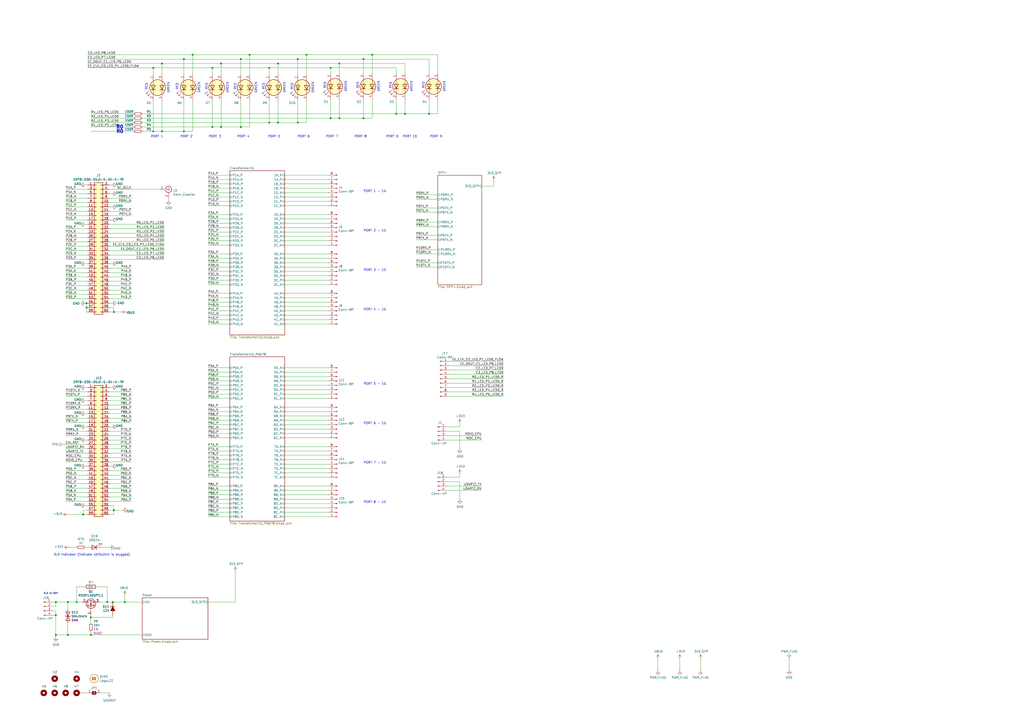
<source format=kicad_sch>
(kicad_sch (version 20211123) (generator eeschema)
  (paper "A2")
  (title_block (title "UbiConn") (date "2023-02-02") (rev "A"))
  (junction (at 210.82 68.58))
  (junction (at 161.29 71.12))
  (junction (at 128.27 73.66))
  (junction (at 123.19 39.37))
  (junction (at 196.85 36.83))
  (junction (at 172.72 34.29))
  (junction (at 248.92 66.04))
  (junction (at 106.68 76.2))
  (junction (at 215.9 31.75))
  (junction (at 32.385 356.87))
  (junction (at 128.27 36.83))
  (junction (at 88.9 39.37))
  (junction (at 72.39 349.25))
  (junction (at 39.37 349.25))
  (junction (at 65.405 349.25))
  (junction (at 177.8 31.75))
  (junction (at 191.77 68.58))
  (junction (at 93.98 76.2))
  (junction (at 156.21 39.37))
  (junction (at 52.705 358.14))
  (junction (at 172.72 71.12))
  (junction (at 62.23 349.25))
  (junction (at 191.77 39.37))
  (junction (at 210.82 34.29))
  (junction (at 111.76 31.75))
  (junction (at 66.04 295.91))
  (junction (at 234.95 66.04))
  (junction (at 106.68 34.29))
  (junction (at 32.385 349.25))
  (junction (at 50.165 175.895))
  (junction (at 50.165 178.435))
  (junction (at 144.78 31.75))
  (junction (at 52.705 368.3))
  (junction (at 66.04 180.975))
  (junction (at 93.98 36.83))
  (junction (at 39.37 368.3))
  (junction (at 161.29 36.83))
  (junction (at 32.385 368.3))
  (junction (at 88.9 76.2))
  (junction (at 156.21 71.12))
  (junction (at 229.87 66.04))
  (junction (at 48.26 298.45))
  (junction (at 44.45 349.25))
  (junction (at 139.7 73.66))
  (junction (at 123.19 73.66))
  (junction (at 139.7 34.29))
  (junction (at 196.85 68.58))
  (wire (pts (xy 52.705 68.58) (xy 77.47 68.58)))
  (wire (pts (xy 260.35 224.79) (xy 292.1 224.79)))
  (wire (pts (xy 63.5 173.355) (xy 76.2 173.355)))
  (wire (pts (xy 50.8 260.35) (xy 38.1 260.35)))
  (wire (pts (xy 133.35 170.18) (xy 120.65 170.18)))
  (wire (pts (xy 190.5 226.06) (xy 165.1 226.06)))
  (wire (pts (xy 52.705 368.3) (xy 82.55 368.3)))
  (wire (pts (xy 191.77 68.58) (xy 191.77 57.785)))
  (wire (pts (xy 190.5 289.56) (xy 165.1 289.56)))
  (wire (pts (xy 50.8 36.83) (xy 93.98 36.83)))
  (wire (pts (xy 49.53 153.035) (xy 50.8 153.035)))
  (wire (pts (xy 190.5 165.1) (xy 165.1 165.1)))
  (wire (pts (xy 66.04 178.435) (xy 66.04 180.975)))
  (wire (pts (xy 63.5 109.855) (xy 92.71 109.855)))
  (wire (pts (xy 30.48 354.33) (xy 32.385 354.33)))
  (wire (pts (xy 190.5 276.86) (xy 165.1 276.86)))
  (wire (pts (xy 190.5 119.38) (xy 165.1 119.38)))
  (wire (pts (xy 50.8 127.635) (xy 38.1 127.635)))
  (wire (pts (xy 133.35 137.16) (xy 120.65 137.16)))
  (wire (pts (xy 234.95 66.04) (xy 248.92 66.04)))
  (wire (pts (xy 133.35 284.48) (xy 120.65 284.48)))
  (wire (pts (xy 63.5 252.73) (xy 76.2 252.73)))
  (wire (pts (xy 229.87 66.04) (xy 229.87 57.785)))
  (wire (pts (xy 190.5 236.22) (xy 165.1 236.22)))
  (wire (pts (xy 63.5 227.33) (xy 76.2 227.33)))
  (wire (pts (xy 139.7 73.66) (xy 128.27 73.66)))
  (wire (pts (xy 190.5 142.24) (xy 165.1 142.24)))
  (wire (pts (xy 63.5 240.03) (xy 76.2 240.03)))
  (wire (pts (xy 50.8 237.49) (xy 38.1 237.49)))
  (wire (pts (xy 190.5 157.48) (xy 165.1 157.48)))
  (wire (pts (xy 190.5 259.08) (xy 165.1 259.08)))
  (wire (pts (xy 190.5 264.16) (xy 165.1 264.16)))
  (wire (pts (xy 63.5 232.41) (xy 76.2 232.41)))
  (wire (pts (xy 50.8 160.655) (xy 38.1 160.655)))
  (wire (pts (xy 50.8 401.955) (xy 48.26 401.955)))
  (wire (pts (xy 144.78 31.75) (xy 144.78 43.18)))
  (wire (pts (xy 93.98 58.42) (xy 93.98 76.2)))
  (wire (pts (xy 177.8 31.75) (xy 177.8 43.18)))
  (wire (pts (xy 190.5 231.14) (xy 165.1 231.14)))
  (wire (pts (xy 64.77 107.315) (xy 63.5 107.315)))
  (wire (pts (xy 63.5 137.795) (xy 95.25 137.795)))
  (wire (pts (xy 77.47 66.04) (xy 52.705 66.04)))
  (wire (pts (xy 106.68 34.29) (xy 106.68 43.18)))
  (wire (pts (xy 210.82 68.58) (xy 215.9 68.58)))
  (wire (pts (xy 64.77 247.65) (xy 63.5 247.65)))
  (wire (pts (xy 190.5 104.14) (xy 165.1 104.14)))
  (wire (pts (xy 210.82 42.545) (xy 210.82 34.29)))
  (wire (pts (xy 190.5 294.64) (xy 165.1 294.64)))
  (wire (pts (xy 190.5 215.9) (xy 165.1 215.9)))
  (wire (pts (xy 32.385 351.79) (xy 32.385 349.25)))
  (wire (pts (xy 133.35 289.56) (xy 120.65 289.56)))
  (wire (pts (xy 133.35 241.3) (xy 120.65 241.3)))
  (wire (pts (xy 82.55 76.2) (xy 88.9 76.2)))
  (wire (pts (xy 50.8 245.11) (xy 38.1 245.11)))
  (wire (pts (xy 50.8 295.91) (xy 48.26 295.91)))
  (wire (pts (xy 133.35 259.08) (xy 120.65 259.08)))
  (wire (pts (xy 106.68 76.2) (xy 93.98 76.2)))
  (wire (pts (xy 52.705 356.87) (xy 52.705 358.14)))
  (wire (pts (xy 63.5 283.21) (xy 76.2 283.21)))
  (wire (pts (xy 190.5 274.32) (xy 165.1 274.32)))
  (wire (pts (xy 50.8 275.59) (xy 38.1 275.59)))
  (wire (pts (xy 50.8 112.395) (xy 38.1 112.395)))
  (wire (pts (xy 63.5 160.655) (xy 76.2 160.655)))
  (wire (pts (xy 123.19 39.37) (xy 123.19 43.18)))
  (wire (pts (xy 63.5 130.175) (xy 95.25 130.175)))
  (wire (pts (xy 190.5 246.38) (xy 165.1 246.38)))
  (wire (pts (xy 254 152.4) (xy 241.3 152.4)))
  (wire (pts (xy 190.5 147.32) (xy 165.1 147.32)))
  (wire (pts (xy 50.8 283.21) (xy 38.1 283.21)))
  (wire (pts (xy 190.5 129.54) (xy 165.1 129.54)))
  (wire (pts (xy 177.8 31.75) (xy 215.9 31.75)))
  (wire (pts (xy 66.04 295.91) (xy 71.12 295.91)))
  (wire (pts (xy 156.21 39.37) (xy 123.19 39.37)))
  (wire (pts (xy 172.72 71.12) (xy 172.72 58.42)))
  (wire (pts (xy 64.77 120.015) (xy 63.5 120.015)))
  (wire (pts (xy 260.35 209.55) (xy 292.1 209.55)))
  (wire (pts (xy 49.53 224.79) (xy 50.8 224.79)))
  (wire (pts (xy 133.35 226.06) (xy 120.65 226.06)))
  (wire (pts (xy 32.385 356.87) (xy 32.385 368.3)))
  (wire (pts (xy 106.68 58.42) (xy 106.68 76.2)))
  (wire (pts (xy 50.8 122.555) (xy 38.1 122.555)))
  (wire (pts (xy 248.92 34.29) (xy 248.92 42.545)))
  (wire (pts (xy 133.35 299.72) (xy 120.65 299.72)))
  (wire (pts (xy 63.5 178.435) (xy 66.04 178.435)))
  (wire (pts (xy 50.8 120.015) (xy 38.1 120.015)))
  (wire (pts (xy 133.35 261.62) (xy 120.65 261.62)))
  (wire (pts (xy 63.5 125.095) (xy 76.2 125.095)))
  (wire (pts (xy 44.45 349.25) (xy 44.45 340.36)))
  (wire (pts (xy 39.37 368.3) (xy 52.705 368.3)))
  (wire (pts (xy 39.37 353.695) (xy 39.37 349.25)))
  (wire (pts (xy 49.53 317.5) (xy 50.8 317.5)))
  (wire (pts (xy 190.5 162.56) (xy 165.1 162.56)))
  (wire (pts (xy 133.35 218.44) (xy 120.65 218.44)))
  (wire (pts (xy 66.04 298.45) (xy 66.04 295.91)))
  (wire (pts (xy 172.72 71.12) (xy 177.8 71.12)))
  (wire (pts (xy 63.5 165.735) (xy 76.2 165.735)))
  (wire (pts (xy 259.08 247.65) (xy 266.7 247.65)))
  (wire (pts (xy 133.35 292.1) (xy 120.65 292.1)))
  (wire (pts (xy 63.5 298.45) (xy 66.04 298.45)))
  (wire (pts (xy 133.35 215.9) (xy 120.65 215.9)))
  (wire (pts (xy 190.5 254) (xy 165.1 254)))
  (wire (pts (xy 133.35 243.84) (xy 120.65 243.84)))
  (wire (pts (xy 49.53 247.65) (xy 50.8 247.65)))
  (wire (pts (xy 133.35 157.48) (xy 120.65 157.48)))
  (wire (pts (xy 260.35 222.25) (xy 292.1 222.25)))
  (wire (pts (xy 254 144.78) (xy 241.3 144.78)))
  (wire (pts (xy 190.5 139.7) (xy 165.1 139.7)))
  (wire (pts (xy 50.8 229.87) (xy 38.1 229.87)))
  (wire (pts (xy 50.8 227.33) (xy 38.1 227.33)))
  (wire (pts (xy 40.005 317.5) (xy 44.45 317.5)))
  (wire (pts (xy 215.9 42.545) (xy 215.9 31.75)))
  (wire (pts (xy 190.5 177.8) (xy 165.1 177.8)))
  (wire (pts (xy 50.8 278.13) (xy 38.1 278.13)))
  (wire (pts (xy 50.8 285.75) (xy 38.1 285.75)))
  (wire (pts (xy 210.82 34.29) (xy 248.92 34.29)))
  (wire (pts (xy 50.8 242.57) (xy 38.1 242.57)))
  (wire (pts (xy 38.1 262.89) (xy 50.8 262.89)))
  (wire (pts (xy 63.5 142.875) (xy 95.25 142.875)))
  (wire (pts (xy 156.21 71.12) (xy 161.29 71.12)))
  (wire (pts (xy 63.5 290.83) (xy 76.2 290.83)))
  (wire (pts (xy 111.76 76.2) (xy 106.68 76.2)))
  (wire (pts (xy 266.7 250.19) (xy 266.7 260.35)))
  (wire (pts (xy 260.35 212.09) (xy 292.1 212.09)))
  (wire (pts (xy 50.8 155.575) (xy 38.1 155.575)))
  (wire (pts (xy 48.895 340.36) (xy 44.45 340.36)))
  (wire (pts (xy 254 120.65) (xy 241.3 120.65)))
  (wire (pts (xy 133.35 111.76) (xy 120.65 111.76)))
  (wire (pts (xy 64.77 127.635) (xy 63.5 127.635)))
  (wire (pts (xy 266.7 279.4) (xy 266.7 289.56)))
  (wire (pts (xy 49.53 293.37) (xy 50.8 293.37)))
  (wire (pts (xy 161.29 36.83) (xy 161.29 43.18)))
  (wire (pts (xy 63.5 278.13) (xy 76.2 278.13)))
  (wire (pts (xy 63.5 288.29) (xy 76.2 288.29)))
  (wire (pts (xy 139.7 34.29) (xy 139.7 43.18)))
  (wire (pts (xy 62.23 349.25) (xy 65.405 349.25)))
  (wire (pts (xy 128.27 73.66) (xy 123.19 73.66)))
  (wire (pts (xy 234.95 66.04) (xy 234.95 57.785)))
  (wire (pts (xy 133.35 269.24) (xy 120.65 269.24)))
  (wire (pts (xy 77.47 76.2) (xy 52.705 76.2)))
  (wire (pts (xy 190.5 149.86) (xy 165.1 149.86)))
  (wire (pts (xy 190.5 266.7) (xy 165.1 266.7)))
  (wire (pts (xy 190.5 241.3) (xy 165.1 241.3)))
  (wire (pts (xy 30.48 349.25) (xy 32.385 349.25)))
  (wire (pts (xy 44.45 349.25) (xy 47.625 349.25)))
  (wire (pts (xy 50.8 170.815) (xy 38.1 170.815)))
  (wire (pts (xy 50.8 180.975) (xy 50.165 180.975)))
  (wire (pts (xy 64.77 224.79) (xy 63.5 224.79)))
  (wire (pts (xy 260.35 227.33) (xy 292.1 227.33)))
  (wire (pts (xy 63.5 242.57) (xy 76.2 242.57)))
  (wire (pts (xy 63.5 135.255) (xy 95.25 135.255)))
  (wire (pts (xy 133.35 175.26) (xy 120.65 175.26)))
  (wire (pts (xy 64.77 270.51) (xy 63.5 270.51)))
  (wire (pts (xy 50.8 117.475) (xy 38.1 117.475)))
  (wire (pts (xy 286.385 107.95) (xy 286.385 104.775)))
  (wire (pts (xy 63.5 122.555) (xy 76.2 122.555)))
  (wire (pts (xy 161.29 71.12) (xy 161.29 58.42)))
  (wire (pts (xy 50.8 173.355) (xy 38.1 173.355)))
  (wire (pts (xy 133.35 251.46) (xy 120.65 251.46)))
  (wire (pts (xy 196.85 42.545) (xy 196.85 36.83)))
  (wire (pts (xy 128.27 36.83) (xy 128.27 43.18)))
  (wire (pts (xy 32.385 368.3) (xy 39.37 368.3)))
  (wire (pts (xy 65.405 358.14) (xy 52.705 358.14)))
  (wire (pts (xy 63.5 237.49) (xy 76.2 237.49)))
  (wire (pts (xy 190.5 292.1) (xy 165.1 292.1)))
  (wire (pts (xy 133.35 129.54) (xy 120.65 129.54)))
  (wire (pts (xy 50.8 150.495) (xy 38.1 150.495)))
  (wire (pts (xy 215.9 31.75) (xy 254 31.75)))
  (wire (pts (xy 50.8 34.29) (xy 106.68 34.29)))
  (wire (pts (xy 63.5 145.415) (xy 95.25 145.415)))
  (wire (pts (xy 133.35 220.98) (xy 120.65 220.98)))
  (wire (pts (xy 50.8 168.275) (xy 38.1 168.275)))
  (wire (pts (xy 50.8 142.875) (xy 38.1 142.875)))
  (wire (pts (xy 49.53 232.41) (xy 50.8 232.41)))
  (wire (pts (xy 63.5 163.195) (xy 76.2 163.195)))
  (wire (pts (xy 48.26 298.45) (xy 50.8 298.45)))
  (wire (pts (xy 190.5 160.02) (xy 165.1 160.02)))
  (wire (pts (xy 63.5 140.335) (xy 95.25 140.335)))
  (wire (pts (xy 196.85 68.58) (xy 196.85 57.785)))
  (wire (pts (xy 88.9 39.37) (xy 123.19 39.37)))
  (wire (pts (xy 190.5 223.52) (xy 165.1 223.52)))
  (wire (pts (xy 123.19 73.66) (xy 123.19 58.42)))
  (wire (pts (xy 381.635 388.62) (xy 381.635 382.27)))
  (wire (pts (xy 32.385 368.3) (xy 32.385 369.57)))
  (wire (pts (xy 190.5 116.84) (xy 165.1 116.84)))
  (wire (pts (xy 133.35 172.72) (xy 120.65 172.72)))
  (wire (pts (xy 133.35 254) (xy 120.65 254)))
  (wire (pts (xy 50.8 273.05) (xy 38.1 273.05)))
  (wire (pts (xy 82.55 73.66) (xy 123.19 73.66)))
  (wire (pts (xy 133.35 139.7) (xy 120.65 139.7)))
  (wire (pts (xy 190.5 172.72) (xy 165.1 172.72)))
  (wire (pts (xy 63.5 168.275) (xy 76.2 168.275)))
  (wire (pts (xy 49.53 175.895) (xy 50.165 175.895)))
  (wire (pts (xy 50.8 265.43) (xy 38.1 265.43)))
  (wire (pts (xy 190.5 170.18) (xy 165.1 170.18)))
  (wire (pts (xy 254 66.04) (xy 254 57.785)))
  (wire (pts (xy 190.5 132.08) (xy 165.1 132.08)))
  (wire (pts (xy 52.705 71.12) (xy 77.47 71.12)))
  (wire (pts (xy 133.35 119.38) (xy 120.65 119.38)))
  (wire (pts (xy 133.35 127) (xy 120.65 127)))
  (wire (pts (xy 133.35 104.14) (xy 120.65 104.14)))
  (wire (pts (xy 66.04 293.37) (xy 66.04 295.91)))
  (wire (pts (xy 39.37 361.315) (xy 39.37 368.3)))
  (wire (pts (xy 133.35 276.86) (xy 120.65 276.86)))
  (wire (pts (xy 48.26 295.91) (xy 48.26 298.45)))
  (wire (pts (xy 133.35 149.86) (xy 120.65 149.86)))
  (wire (pts (xy 259.08 276.86) (xy 266.7 276.86)))
  (wire (pts (xy 133.35 162.56) (xy 120.65 162.56)))
  (wire (pts (xy 254 123.19) (xy 241.3 123.19)))
  (wire (pts (xy 161.29 71.12) (xy 172.72 71.12)))
  (wire (pts (xy 190.5 271.78) (xy 165.1 271.78)))
  (wire (pts (xy 190.5 124.46) (xy 165.1 124.46)))
  (wire (pts (xy 190.5 220.98) (xy 165.1 220.98)))
  (wire (pts (xy 50.8 125.095) (xy 38.1 125.095)))
  (wire (pts (xy 133.35 266.7) (xy 120.65 266.7)))
  (wire (pts (xy 93.98 36.83) (xy 128.27 36.83)))
  (wire (pts (xy 72.39 349.25) (xy 82.55 349.25)))
  (wire (pts (xy 190.5 180.34) (xy 165.1 180.34)))
  (wire (pts (xy 63.5 265.43) (xy 76.2 265.43)))
  (wire (pts (xy 133.35 187.96) (xy 120.65 187.96)))
  (wire (pts (xy 133.35 142.24) (xy 120.65 142.24)))
  (wire (pts (xy 133.35 264.16) (xy 120.65 264.16)))
  (wire (pts (xy 190.5 175.26) (xy 165.1 175.26)))
  (wire (pts (xy 133.35 106.68) (xy 120.65 106.68)))
  (wire (pts (xy 190.5 251.46) (xy 165.1 251.46)))
  (wire (pts (xy 254 154.94) (xy 241.3 154.94)))
  (wire (pts (xy 190.5 106.68) (xy 165.1 106.68)))
  (wire (pts (xy 50.8 158.115) (xy 38.1 158.115)))
  (wire (pts (xy 50.8 250.19) (xy 38.1 250.19)))
  (wire (pts (xy 111.76 31.75) (xy 144.78 31.75)))
  (wire (pts (xy 259.08 281.94) (xy 279.4 281.94)))
  (wire (pts (xy 190.5 111.76) (xy 165.1 111.76)))
  (wire (pts (xy 62.23 349.25) (xy 62.23 340.36)))
  (wire (pts (xy 63.5 117.475) (xy 76.2 117.475)))
  (wire (pts (xy 63.5 267.97) (xy 76.2 267.97)))
  (wire (pts (xy 63.5 262.89) (xy 76.2 262.89)))
  (wire (pts (xy 394.335 388.62) (xy 394.335 382.27)))
  (wire (pts (xy 190.5 238.76) (xy 165.1 238.76)))
  (wire (pts (xy 63.5 245.11) (xy 76.2 245.11)))
  (wire (pts (xy 190.5 152.4) (xy 165.1 152.4)))
  (wire (pts (xy 63.5 150.495) (xy 95.25 150.495)))
  (wire (pts (xy 63.5 280.67) (xy 76.2 280.67)))
  (wire (pts (xy 133.35 132.08) (xy 120.65 132.08)))
  (wire (pts (xy 190.5 299.72) (xy 165.1 299.72)))
  (wire (pts (xy 64.77 112.395) (xy 63.5 112.395)))
  (wire (pts (xy 190.5 101.6) (xy 165.1 101.6)))
  (wire (pts (xy 128.27 36.83) (xy 161.29 36.83)))
  (wire (pts (xy 93.98 36.83) (xy 93.98 43.18)))
  (wire (pts (xy 82.55 71.12) (xy 156.21 71.12)))
  (wire (pts (xy 88.9 58.42) (xy 88.9 76.2)))
  (wire (pts (xy 133.35 213.36) (xy 120.65 213.36)))
  (wire (pts (xy 161.29 36.83) (xy 196.85 36.83)))
  (wire (pts (xy 82.55 66.04) (xy 229.87 66.04)))
  (wire (pts (xy 50.8 39.37) (xy 88.9 39.37)))
  (wire (pts (xy 133.35 165.1) (xy 120.65 165.1)))
  (wire (pts (xy 229.87 39.37) (xy 229.87 42.545)))
  (wire (pts (xy 254 128.905) (xy 241.3 128.905)))
  (wire (pts (xy 63.5 293.37) (xy 66.04 293.37)))
  (wire (pts (xy 49.53 255.27) (xy 50.8 255.27)))
  (wire (pts (xy 190.5 109.22) (xy 165.1 109.22)))
  (wire (pts (xy 196.85 36.83) (xy 234.95 36.83)))
  (wire (pts (xy 172.72 34.29) (xy 210.82 34.29)))
  (wire (pts (xy 156.21 71.12) (xy 156.21 58.42)))
  (wire (pts (xy 190.5 114.3) (xy 165.1 114.3)))
  (wire (pts (xy 49.53 270.51) (xy 50.8 270.51)))
  (wire (pts (xy 190.5 185.42) (xy 165.1 185.42)))
  (wire (pts (xy 190.5 182.88) (xy 165.1 182.88)))
  (wire (pts (xy 50.8 137.795) (xy 38.1 137.795)))
  (wire (pts (xy 93.98 76.2) (xy 88.9 76.2)))
  (wire (pts (xy 259.08 255.27) (xy 279.4 255.27)))
  (wire (pts (xy 58.42 401.955) (xy 63.5 401.955)))
  (wire (pts (xy 72.39 345.44) (xy 72.39 349.25)))
  (wire (pts (xy 30.48 351.79) (xy 32.385 351.79)))
  (wire (pts (xy 49.53 130.175) (xy 50.8 130.175)))
  (wire (pts (xy 190.5 127) (xy 165.1 127)))
  (wire (pts (xy 50.8 234.95) (xy 38.1 234.95)))
  (wire (pts (xy 133.35 274.32) (xy 120.65 274.32)))
  (wire (pts (xy 133.35 281.94) (xy 120.65 281.94)))
  (wire (pts (xy 63.5 257.81) (xy 76.2 257.81)))
  (wire (pts (xy 196.85 68.58) (xy 210.82 68.58)))
  (wire (pts (xy 156.21 39.37) (xy 191.77 39.37)))
  (wire (pts (xy 52.705 366.395) (xy 52.705 368.3)))
  (wire (pts (xy 177.8 71.12) (xy 177.8 58.42)))
  (wire (pts (xy 111.76 58.42) (xy 111.76 76.2)))
  (wire (pts (xy 248.92 66.04) (xy 254 66.04)))
  (wire (pts (xy 63.5 158.115) (xy 76.2 158.115)))
  (wire (pts (xy 215.9 68.58) (xy 215.9 57.785)))
  (wire (pts (xy 50.165 180.975) (xy 50.165 178.435)))
  (wire (pts (xy 259.08 252.73) (xy 279.4 252.73)))
  (wire (pts (xy 133.35 182.88) (xy 120.65 182.88)))
  (wire (pts (xy 50.8 267.97) (xy 38.1 267.97)))
  (wire (pts (xy 63.5 229.87) (xy 76.2 229.87)))
  (wire (pts (xy 234.95 36.83) (xy 234.95 42.545)))
  (wire (pts (xy 65.405 358.14) (xy 65.405 356.87)))
  (wire (pts (xy 66.04 180.975) (xy 69.85 180.975)))
  (wire (pts (xy 248.92 66.04) (xy 248.92 57.785)))
  (wire (pts (xy 254 147.32) (xy 241.3 147.32)))
  (wire (pts (xy 133.35 238.76) (xy 120.65 238.76)))
  (wire (pts (xy 190.5 213.36) (xy 165.1 213.36)))
  (wire (pts (xy 190.5 297.18) (xy 165.1 297.18)))
  (wire (pts (xy 64.77 175.895) (xy 63.5 175.895)))
  (wire (pts (xy 50.8 165.735) (xy 38.1 165.735)))
  (wire (pts (xy 260.35 229.87) (xy 292.1 229.87)))
  (wire (pts (xy 191.77 39.37) (xy 229.87 39.37)))
  (wire (pts (xy 50.8 132.715) (xy 38.1 132.715)))
  (wire (pts (xy 63.5 147.955) (xy 95.25 147.955)))
  (wire (pts (xy 190.5 243.84) (xy 165.1 243.84)))
  (wire (pts (xy 32.385 349.25) (xy 39.37 349.25)))
  (wire (pts (xy 39.37 349.25) (xy 44.45 349.25)))
  (wire (pts (xy 133.35 248.92) (xy 120.65 248.92)))
  (wire (pts (xy 64.77 153.035) (xy 63.5 153.035)))
  (wire (pts (xy 133.35 271.78) (xy 120.65 271.78)))
  (wire (pts (xy 63.5 170.815) (xy 76.2 170.815)))
  (wire (pts (xy 190.5 281.94) (xy 165.1 281.94)))
  (wire (pts (xy 133.35 223.52) (xy 120.65 223.52)))
  (wire (pts (xy 50.8 257.81) (xy 38.1 257.81)))
  (wire (pts (xy 133.35 231.14) (xy 120.65 231.14)))
  (wire (pts (xy 133.35 160.02) (xy 120.65 160.02)))
  (wire (pts (xy 50.165 175.895) (xy 50.8 175.895)))
  (wire (pts (xy 133.35 101.6) (xy 120.65 101.6)))
  (wire (pts (xy 133.35 246.38) (xy 120.65 246.38)))
  (wire (pts (xy 133.35 287.02) (xy 120.65 287.02)))
  (wire (pts (xy 52.705 358.14) (xy 52.705 361.315)))
  (wire (pts (xy 49.53 107.315) (xy 50.8 107.315)))
  (wire (pts (xy 133.35 180.34) (xy 120.65 180.34)))
  (wire (pts (xy 133.35 116.84) (xy 120.65 116.84)))
  (wire (pts (xy 63.5 114.935) (xy 76.2 114.935)))
  (wire (pts (xy 88.9 39.37) (xy 88.9 43.18)))
  (wire (pts (xy 254 115.57) (xy 241.3 115.57)))
  (wire (pts (xy 63.5 250.19) (xy 76.2 250.19)))
  (wire (pts (xy 32.385 356.87) (xy 30.48 356.87)))
  (wire (pts (xy 128.27 58.42) (xy 128.27 73.66)))
  (wire (pts (xy 63.5 260.35) (xy 76.2 260.35)))
  (wire (pts (xy 50.8 147.955) (xy 38.1 147.955)))
  (wire (pts (xy 190.5 269.24) (xy 165.1 269.24)))
  (wire (pts (xy 111.76 31.75) (xy 111.76 43.18)))
  (wire (pts (xy 279.4 107.95) (xy 286.385 107.95)))
  (wire (pts (xy 50.8 114.935) (xy 38.1 114.935)))
  (wire (pts (xy 50.8 288.29) (xy 38.1 288.29)))
  (wire (pts (xy 266.7 247.65) (xy 266.7 245.745)))
  (wire (pts (xy 50.8 135.255) (xy 38.1 135.255)))
  (wire (pts (xy 50.165 178.435) (xy 50.165 175.895)))
  (wire (pts (xy 190.5 248.92) (xy 165.1 248.92)))
  (wire (pts (xy 266.7 276.86) (xy 266.7 274.955)))
  (wire (pts (xy 133.35 236.22) (xy 120.65 236.22)))
  (wire (pts (xy 229.87 66.04) (xy 234.95 66.04)))
  (wire (pts (xy 190.5 228.6) (xy 165.1 228.6)))
  (wire (pts (xy 406.4 388.62) (xy 406.4 382.27)))
  (wire (pts (xy 133.35 177.8) (xy 120.65 177.8)))
  (wire (pts (xy 63.5 255.27) (xy 76.2 255.27)))
  (wire (pts (xy 190.5 134.62) (xy 165.1 134.62)))
  (wire (pts (xy 191.77 42.545) (xy 191.77 39.37)))
  (wire (pts (xy 260.35 217.17) (xy 292.1 217.17)))
  (wire (pts (xy 63.5 273.05) (xy 76.2 273.05)))
  (wire (pts (xy 50.8 280.67) (xy 38.1 280.67)))
  (wire (pts (xy 254 136.525) (xy 241.3 136.525)))
  (wire (pts (xy 259.08 250.19) (xy 266.7 250.19)))
  (wire (pts (xy 133.35 297.18) (xy 120.65 297.18)))
  (wire (pts (xy 133.35 109.22) (xy 120.65 109.22)))
  (wire (pts (xy 133.35 114.3) (xy 120.65 114.3)))
  (wire (pts (xy 49.53 240.03) (xy 50.8 240.03)))
  (wire (pts (xy 32.385 354.33) (xy 32.385 356.87)))
  (wire (pts (xy 254 31.75) (xy 254 42.545)))
  (wire (pts (xy 133.35 134.62) (xy 120.65 134.62)))
  (wire (pts (xy 63.5 234.95) (xy 76.2 234.95)))
  (wire (pts (xy 50.8 252.73) (xy 38.1 252.73)))
  (wire (pts (xy 120.65 349.25) (xy 136.525 349.25)))
  (wire (pts (xy 63.5 155.575) (xy 76.2 155.575)))
  (wire (pts (xy 139.7 34.29) (xy 172.72 34.29)))
  (wire (pts (xy 190.5 287.02) (xy 165.1 287.02)))
  (wire (pts (xy 57.785 349.25) (xy 62.23 349.25)))
  (wire (pts (xy 65.405 349.25) (xy 72.39 349.25)))
  (wire (pts (xy 97.79 114.935) (xy 97.79 116.205)))
  (wire (pts (xy 190.5 261.62) (xy 165.1 261.62)))
  (wire (pts (xy 133.35 154.94) (xy 120.65 154.94)))
  (wire (pts (xy 77.47 73.66) (xy 52.705 73.66)))
  (wire (pts (xy 63.5 132.715) (xy 95.25 132.715)))
  (wire (pts (xy 190.5 154.94) (xy 165.1 154.94)))
  (wire (pts (xy 254 139.065) (xy 241.3 139.065)))
  (wire (pts (xy 260.35 219.71) (xy 292.1 219.71)))
  (wire (pts (xy 139.7 58.42) (xy 139.7 73.66)))
  (wire (pts (xy 172.72 34.29) (xy 172.72 43.18)))
  (wire (pts (xy 50.8 178.435) (xy 50.165 178.435)))
  (wire (pts (xy 50.8 290.83) (xy 38.1 290.83)))
  (wire (pts (xy 106.68 34.29) (xy 139.7 34.29)))
  (wire (pts (xy 133.35 152.4) (xy 120.65 152.4)))
  (wire (pts (xy 190.5 187.96) (xy 165.1 187.96)))
  (wire (pts (xy 133.35 147.32) (xy 120.65 147.32)))
  (wire (pts (xy 156.21 43.18) (xy 156.21 39.37)))
  (wire (pts (xy 133.35 124.46) (xy 120.65 124.46)))
  (wire (pts (xy 133.35 228.6) (xy 120.65 228.6)))
  (wire (pts (xy 260.35 214.63) (xy 292.1 214.63)))
  (wire (pts (xy 190.5 218.44) (xy 165.1 218.44)))
  (wire (pts (xy 133.35 185.42) (xy 120.65 185.42)))
  (wire (pts (xy 457.835 382.27) (xy 457.835 388.62)))
  (wire (pts (xy 144.78 31.75) (xy 177.8 31.75)))
  (wire (pts (xy 63.5 295.91) (xy 66.04 295.91)))
  (wire (pts (xy 50.8 145.415) (xy 38.1 145.415)))
  (wire (pts (xy 50.8 31.75) (xy 111.76 31.75)))
  (wire (pts (xy 144.78 73.66) (xy 139.7 73.66)))
  (wire (pts (xy 190.5 284.48) (xy 165.1 284.48)))
  (wire (pts (xy 191.77 68.58) (xy 196.85 68.58)))
  (wire (pts (xy 50.8 140.335) (xy 38.1 140.335)))
  (wire (pts (xy 82.55 68.58) (xy 191.77 68.58)))
  (wire (pts (xy 39.37 298.45) (xy 48.26 298.45)))
  (wire (pts (xy 50.8 109.855) (xy 38.1 109.855)))
  (wire (pts (xy 63.5 180.975) (xy 66.04 180.975)))
  (wire (pts (xy 63.5 285.75) (xy 76.2 285.75)))
  (wire (pts (xy 133.35 294.64) (xy 120.65 294.64)))
  (wire (pts (xy 58.42 317.5) (xy 63.5 317.5)))
  (wire (pts (xy 210.82 68.58) (xy 210.82 57.785)))
  (wire (pts (xy 50.8 163.195) (xy 38.1 163.195)))
  (wire (pts (xy 259.08 284.48) (xy 279.4 284.48)))
  (wire (pts (xy 254 131.445) (xy 241.3 131.445)))
  (wire (pts (xy 190.5 137.16) (xy 165.1 137.16)))
  (wire (pts (xy 254 113.03) (xy 241.3 113.03)))
  (wire (pts (xy 63.5 275.59) (xy 76.2 275.59)))
  (wire (pts (xy 144.78 58.42) (xy 144.78 73.66)))
  (wire (pts (xy 136.525 331.47) (xy 136.525 349.25)))
  (wire (pts (xy 56.515 340.36) (xy 62.23 340.36)))
  (wire (pts (xy 259.08 279.4) (xy 266.7 279.4)))
  (text "PORT 10" (at 241.935 80.01 180) (effects (font (size 1.27 1.27)) (justify right bottom)))
  (text "3v3 indicator (indicate UbiSwitch is plugged)" (at 31.115 322.58 0) (effects (font (size 1.27 1.27)) (justify left bottom)))
  (text "PORT 9" (at 256.54 80.01 180) (effects (font (size 1.27 1.27)) (justify right bottom)))
  (text "RED" (at 137.16 52.07 90) (effects (font (size 1.27 1.27)) (justify left bottom)))
  (text "RED" (at 170.18 52.07 90) (effects (font (size 1.27 1.27)) (justify left bottom)))
  (text "GREEN" (at 201.295 53.34 90) (effects (font (size 1.27 1.27)) (justify left bottom)))
  (text "RED" (at 189.23 51.435 90) (effects (font (size 1.27 1.27)) (justify left bottom)))
  (text "GREEN" (at 116.205 53.975 90) (effects (font (size 1.27 1.27)) (justify left bottom)))
  (text "PORT 8 - 1G" (at 210.82 292.1 0) (effects (font (size 1.27 1.27)) (justify left bottom)))
  (text "PORT 6" (at 179.705 80.01 180) (effects (font (size 1.27 1.27)) (justify right bottom)))
  (text "GREEN" (at 165.735 53.975 90) (effects (font (size 1.27 1.27)) (justify left bottom)))
  (text "PORT 0" (at 231.14 80.01 180) (effects (font (size 1.27 1.27)) (justify right bottom)))
  (text "RED" (at 246.38 51.435 90) (effects (font (size 1.27 1.27)) (justify left bottom)))
  (text "PORT 7 - 1G" (at 210.82 269.24 0) (effects (font (size 1.27 1.27)) (justify left bottom)))
  (text "RED" (at 227.33 51.435 90) (effects (font (size 1.27 1.27)) (justify left bottom)))
  (text "PORT 1 - 1G" (at 210.82 111.76 0) (effects (font (size 1.27 1.27)) (justify left bottom)))
  (text "PORT 3 - 1G" (at 210.82 157.48 0) (effects (font (size 1.27 1.27)) (justify left bottom)))
  (text "GREEN" (at 220.345 53.34 90) (effects (font (size 1.27 1.27)) (justify left bottom)))
  (text "GREEN" (at 239.395 53.34 90) (effects (font (size 1.27 1.27)) (justify left bottom)))
  (text "R0" (at 67.31 77.47 0) (effects (font (size 2 2) (thickness 0.4) bold) (justify left bottom)))
  (text "PORT 7" (at 196.215 80.01 180) (effects (font (size 1.27 1.27)) (justify right bottom)))
  (text "RED" (at 208.28 51.435 90) (effects (font (size 1.27 1.27)) (justify left bottom)))
  (text "GREEN" (at 149.225 53.975 90) (effects (font (size 1.27 1.27)) (justify left bottom)))
  (text "PORT 5 - 1G" (at 210.82 223.52 0) (effects (font (size 1.27 1.27)) (justify left bottom)))
  (text "RED" (at 85.725 52.07 90) (effects (font (size 1.27 1.27)) (justify left bottom)))
  (text "" (at 53.34 354.33 0) (effects (font (size 1.4986 1.4986) (thickness 0.2997) bold italic) (justify left bottom)))
  (text "RED" (at 120.65 52.07 90) (effects (font (size 1.27 1.27)) (justify left bottom)))
  (text "PORT 2 - 1G" (at 210.82 134.62 0) (effects (font (size 1.27 1.27)) (justify left bottom)))
  (text "PORT 1" (at 94.615 80.01 180) (effects (font (size 1.27 1.27)) (justify right bottom)))
  (text "PORT 4 - 1G" (at 210.82 180.34 0) (effects (font (size 1.27 1.27)) (justify left bottom)))
  (text "GREEN" (at 182.245 53.975 90) (effects (font (size 1.27 1.27)) (justify left bottom)))
  (text "PORT 5" (at 162.56 80.01 180) (effects (font (size 1.27 1.27)) (justify right bottom)))
  (text "GREEN" (at 132.715 53.975 90) (effects (font (size 1.27 1.27)) (justify left bottom)))
  (text "PORT 8" (at 212.725 80.01 180) (effects (font (size 1.27 1.27)) (justify right bottom)))
  (text "GREEN" (at 98.425 53.975 90) (effects (font (size 1.27 1.27)) (justify left bottom)))
  (text "PORT 2" (at 111.76 80.01 180) (effects (font (size 1.27 1.27)) (justify right bottom)))
  (text "PORT 4" (at 144.78 80.01 180) (effects (font (size 1.27 1.27)) (justify right bottom)))
  (text "PORT 3" (at 128.27 80.01 180) (effects (font (size 1.27 1.27)) (justify right bottom)))
  (text "GREEN" (at 258.445 53.34 90) (effects (font (size 1.27 1.27)) (justify left bottom)))
  (text "RED" (at 153.67 52.07 90) (effects (font (size 1.27 1.27)) (justify left bottom)))
  (text "6.5 to 60V" (at 25.4 344.805 0) (effects (font (size 0.9906 0.9906) italic) (justify left bottom)))
  (text "RED" (at 103.505 52.07 90) (effects (font (size 1.27 1.27)) (justify left bottom)))
  (text "R0" (at 67.31 74.93 0) (effects (font (size 2 2) (thickness 0.4) bold) (justify left bottom)))
  (text "PORT 6 - 1G" (at 210.82 246.38 0) (effects (font (size 1.27 1.27)) (justify left bottom)))
  (label "P4D_N" (at 76.2 170.815 180))
  (label "P3B_N" (at 38.1 160.655 0))
  (label "C2_LED_P7_LED0" (at 292.1 214.63 180))
  (label "P9TX_N" (at 241.3 139.065 0))
  (label "USART2_TX" (at 38.1 262.89 0))
  (label "P1D_N" (at 38.1 125.095 0))
  (label "MDIO_CPU" (at 279.4 252.73 180))
  (label "P4C_N" (at 76.2 168.275 180))
  (label "P2C_P" (at 38.1 142.875 0))
  (label "P2D_P" (at 120.65 139.7 0))
  (label "P5B_N" (at 120.65 220.98 0))
  (label "P2A_P" (at 120.65 124.46 0))
  (label "P3C_N" (at 120.65 160.02 0))
  (label "P6D_P" (at 120.65 251.46 0))
  (label "EE_CLK_C0_LED_P1_LED0_FLOW" (at 50.8 39.37 0))
  (label "C3_LED_P8_LED0" (at 50.8 31.75 0))
  (label "P4B_N" (at 76.2 160.655 180))
  (label "P3A_N" (at 120.65 149.86 0))
  (label "P4A_N" (at 120.65 172.72 0))
  (label "P8C_N" (at 76.2 232.41 180))
  (label "P8D_N" (at 120.65 299.72 0))
  (label "P3D_P" (at 120.65 162.56 0))
  (label "P6A_N" (at 120.65 238.76 0))
  (label "P6C_N" (at 76.2 278.13 180))
  (label "R1_LED_P2_LED0" (at 95.25 132.715 180))
  (label "P3A_N" (at 38.1 158.115 0))
  (label "MDC_CPU" (at 38.1 265.43 0))
  (label "P4B_N" (at 120.65 177.8 0))
  (label "P2B_N" (at 120.65 132.08 0))
  (label "P5B_P" (at 120.65 218.44 0))
  (label "P8A_N" (at 76.2 242.57 180))
  (label "P5C_N" (at 38.1 278.13 0))
  (label "P2B_P" (at 38.1 140.335 0))
  (label "P1B_N" (at 120.65 109.22 0))
  (label "P4C_P" (at 120.65 180.34 0))
  (label "P7C_P" (at 120.65 269.24 0))
  (label "P2C_N" (at 120.65 137.16 0))
  (label "P6C_P" (at 76.2 280.67 180))
  (label "P7C_N" (at 120.65 271.78 0))
  (label "MDIO_CPU" (at 38.1 267.97 0))
  (label "P8A_P" (at 120.65 281.94 0))
  (label "P8A_N" (at 120.65 284.48 0))
  (label "R3_LED_P4_LED0" (at 52.705 68.58 0))
  (label "P6D_P" (at 76.2 273.05 180))
  (label "EE_CLK_C0_LED_P1_LED0_FLOW" (at 292.1 209.55 180))
  (label "P2A_P" (at 38.1 132.715 0))
  (label "P3C_P" (at 38.1 165.735 0))
  (label "P6A_N" (at 76.2 288.29 180))
  (label "P3B_P" (at 38.1 163.195 0))
  (label "P7D_P" (at 76.2 250.19 180))
  (label "P8C_P" (at 76.2 234.95 180))
  (label "P8D_P" (at 76.2 227.33 180))
  (label "P9TX_P" (at 241.3 136.525 0))
  (label "P8B_N" (at 120.65 289.56 0))
  (label "P6B_P" (at 120.65 241.3 0))
  (label "P1A_N" (at 38.1 112.395 0))
  (label "P7D_N" (at 120.65 276.86 0))
  (label "P10RX_N" (at 241.3 147.32 0))
  (label "P5D_N" (at 38.1 275.59 0))
  (label "P5C_P" (at 38.1 280.67 0))
  (label "C3_LED_P8_LED0" (at 292.1 217.17 180))
  (label "P6B_N" (at 120.65 243.84 0))
  (label "P9RX_N" (at 38.1 250.19 0))
  (label "P5D_P" (at 120.65 228.6 0))
  (label "P7B_N" (at 120.65 266.7 0))
  (label "P1A_N" (at 120.65 104.14 0))
  (label "Eth_RST" (at 38.1 257.81 0))
  (label "P10TX_N" (at 241.3 154.94 0))
  (label "P1B_N" (at 38.1 114.935 0))
  (label "P3A_P" (at 120.65 147.32 0))
  (label "EE_DOUT_C1_LED_P6_LED0" (at 50.8 36.83 0))
  (label "C2_LED_P7_LED0" (at 50.8 34.29 0))
  (label "P7A_P" (at 76.2 267.97 180))
  (label "R0_LED_P1_LED0" (at 95.25 130.175 180))
  (label "P7C_P" (at 76.2 257.81 180))
  (label "P9TX_N" (at 38.1 242.57 0))
  (label "USART2_RX" (at 38.1 260.35 0))
  (label "P5D_N" (at 120.65 231.14 0))
  (label "P4C_N" (at 120.65 182.88 0))
  (label "P7B_P" (at 76.2 260.35 180))
  (label "P2D_P" (at 38.1 150.495 0))
  (label "P2B_N" (at 38.1 137.795 0))
  (label "P2B_P" (at 120.65 129.54 0))
  (label "P7B_P" (at 120.65 264.16 0))
  (label "R2_LED_P3_LED0" (at 52.705 71.12 0))
  (label "P8B_P" (at 120.65 287.02 0))
  (label "P8B_N" (at 76.2 240.03 180))
  (label "P7A_P" (at 120.65 259.08 0))
  (label "R0_LED_P1_LED0_R" (at 292.1 219.71 180))
  (label "P5A_P" (at 120.65 213.36 0))
  (label "P10TX_P" (at 241.3 152.4 0))
  (label "P5B_N" (at 38.1 285.75 0))
  (label "P1C_P" (at 120.65 111.76 0))
  (label "EE_CLK_C0_LED_P1_LED0_FLOW" (at 95.25 142.875 180))
  (label "P1C_N" (at 120.65 114.3 0))
  (label "P1D_N" (at 120.65 119.38 0))
  (label "P3A_P" (at 38.1 155.575 0))
  (label "P4C_P" (at 76.2 165.735 180))
  (label "P9RX_N" (at 241.3 131.445 0))
  (label "P5A_N" (at 38.1 288.29 0))
  (label "R1_LED_P2_LED0_R" (at 292.1 222.25 180))
  (label "USART2_RX" (at 279.4 284.48 180))
  (label "P0TX_P" (at 76.2 122.555 180))
  (label "P1B_P" (at 120.65 106.68 0))
  (label "R3_LED_P4_LED0_R" (at 292.1 227.33 180))
  (label "R2_LED_P3_LED0" (at 95.25 135.255 180))
  (label "P7A_N" (at 76.2 265.43 180))
  (label "MDC_CPU" (at 279.4 255.27 180))
  (label "P10RX_P" (at 38.1 237.49 0))
  (label "P2C_N" (at 38.1 145.415 0))
  (label "P1C_N" (at 38.1 122.555 0))
  (label "P4A_N" (at 76.2 158.115 180))
  (label "P6C_N" (at 120.65 248.92 0))
  (label "P4A_P" (at 120.65 170.18 0))
  (label "R3_LED_P4_LED0" (at 95.25 137.795 180))
  (label "P4D_P" (at 120.65 185.42 0))
  (label "P5A_P" (at 38.1 290.83 0))
  (label "P5C_N" (at 120.65 226.06 0))
  (label "P8C_N" (at 120.65 294.64 0))
  (label "USART2_TX" (at 279.4 281.94 180))
  (label "P1A_P" (at 38.1 109.855 0))
  (label "P9RX_P" (at 38.1 252.73 0))
  (label "P3B_P" (at 120.65 152.4 0))
  (label "P4D_N" (at 120.65 187.96 0))
  (label "P0RX_N" (at 76.2 117.475 180))
  (label "P4A_P" (at 76.2 155.575 180))
  (label "P10TX_P" (at 38.1 229.87 0))
  (label "P4B_P" (at 120.65 175.26 0))
  (label "P0RX_P" (at 76.2 114.935 180))
  (label "P9TX_P" (at 38.1 245.11 0))
  (label "P0TX_P" (at 241.3 120.65 0))
  (label "P2D_N" (at 120.65 142.24 0))
  (label "P1A_P" (at 120.65 101.6 0))
  (label "P1C_P" (at 38.1 120.015 0))
  (label "P0RX_P" (at 241.3 113.03 0))
  (label "P4D_P" (at 76.2 173.355 180))
  (label "EE_DOUT_C1_LED_P6_LED0" (at 292.1 212.09 180))
  (label "P8C_P" (at 120.65 292.1 0))
  (label "P8B_P" (at 76.2 237.49 180))
  (label "P6A_P" (at 76.2 290.83 180))
  (label "P5D_P" (at 38.1 273.05 0))
  (label "P5A_N" (at 120.65 215.9 0))
  (label "P1B_P" (at 38.1 117.475 0))
  (label "P8D_P" (at 120.65 297.18 0))
  (label "P1D_P" (at 120.65 116.84 0))
  (label "P2A_N" (at 38.1 135.255 0))
  (label "P7C_N" (at 76.2 255.27 180))
  (label "P10RX_N" (at 38.1 234.95 0))
  (label "C3_LED_P8_LED0" (at 95.25 150.495 180))
  (label "R4_LED_P5_LED0" (at 52.705 66.04 0))
  (label "P10TX_N" (at 38.1 227.33 0))
  (label "P0RX_N" (at 241.3 115.57 0))
  (label "P6C_P" (at 120.65 246.38 0))
  (label "P0TX_N" (at 76.2 125.095 180))
  (label "R4_LED_P5_LED0_R" (at 292.1 229.87 180))
  (label "P3C_P" (at 120.65 157.48 0))
  (label "P6B_N" (at 76.2 285.75 180))
  (label "C2_LED_P7_LED0" (at 95.25 147.955 180))
  (label "P2C_P" (at 120.65 134.62 0))
  (label "P5B_P" (at 38.1 283.21 0))
  (label "P3D_N" (at 38.1 170.815 0))
  (label "P6B_P" (at 76.2 283.21 180))
  (label "P3D_N" (at 120.65 165.1 0))
  (label "P7B_N" (at 76.2 262.89 180))
  (label "P7D_P" (at 120.65 274.32 0))
  (label "P0TX_N" (at 241.3 123.19 0))
  (label "P1D_P" (at 38.1 127.635 0))
  (label "P3D_P" (at 38.1 173.355 0))
  (label "R4_LED_P5_LED0" (at 95.25 140.335 180))
  (label "SE_SCLK" (at 76.2 109.855 180))
  (label "P6D_N" (at 120.65 254 0))
  (label "P7D_N" (at 76.2 252.73 180))
  (label "P10RX_P" (at 241.3 144.78 0))
  (label "P3B_N" (at 120.65 154.94 0))
  (label "P5C_P" (at 120.65 223.52 0))
  (label "P2D_N" (at 38.1 147.955 0))
  (label "P2A_N" (at 120.65 127 0))
  (label "P6D_N" (at 76.2 275.59 180))
  (label "P9RX_P" (at 241.3 128.905 0))
  (label "P6A_P" (at 120.65 236.22 0))
  (label "P8D_N" (at 76.2 229.87 180))
  (label "R1_LED_P2_LED0" (at 52.705 73.66 0))
  (label "P7A_N" (at 120.65 261.62 0))
  (label "P3C_N" (at 38.1 168.275 0))
  (label "EE_DOUT_C1_LED_P6_LED0" (at 95.25 145.415 180))
  (label "R2_LED_P3_LED0_R" (at 292.1 224.79 180))
  (label "P8A_P" (at 76.2 245.11 180))
  (label "P4B_P" (at 76.2 163.195 180))
  (symbol (lib_id "power:GND") (at 49.53 107.315 270)
    (property "Reference" "#PWR03" (effects hide))
    (property "Value" "GND" (at 45.085 106.68 90))
  )
  (symbol (lib_id "power:GND") (at 49.53 175.895 270)
    (property "Reference" "#PWR012" (effects hide))
    (property "Value" "GND" (at 46.2788 176.022 90) (effects (justify right)))
  )
  (symbol (lib_id "power:+3V3") (at 394.335 382.27 0) (unit 1)
    (property "Reference" "#PWR039" (effects hide))
    (property "Value" "+3V3" (at 394.716 377.8758 0))
  )
  (symbol (lib_id "power:GND") (at 64.77 175.895 90)
    (property "Reference" "#PWR013" (effects hide))
    (property "Value" "GND" (at 68.0212 175.768 90) (effects (justify right)))
  )
  (symbol (lib_id "power:GND") (at 64.77 120.015 90)
    (property "Reference" "#PWR07" (effects hide))
    (property "Value" "GND" (at 69.215 119.38 90))
  )
  (symbol (lib_id "power:GND") (at 71.12 295.91 90)
    (property "Reference" "#PWR026" (effects hide))
    (property "Value" "GND" (at 75.565 296.545 90))
  )
  (symbol (lib_id "power:GND") (at 49.53 130.175 270)
    (property "Reference" "#PWR09" (effects hide))
    (property "Value" "GND" (at 45.085 129.54 90))
  )
  (symbol (lib_id "power:GND") (at 49.53 153.035 270)
    (property "Reference" "#PWR010" (effects hide))
    (property "Value" "GND" (at 45.085 152.4 90))
  )
  (symbol (lib_id "power:GND") (at 64.77 107.315 90)
    (property "Reference" "#PWR04" (effects hide))
    (property "Value" "GND" (at 69.215 106.68 90))
  )
  (symbol (lib_id "power:GND") (at 64.77 112.395 90)
    (property "Reference" "#PWR05" (effects hide))
    (property "Value" "GND" (at 69.215 111.76 90))
  )
  (symbol (lib_id "power:GND") (at 49.53 224.79 270) (mirror x)
    (property "Reference" "#PWR015" (effects hide))
    (property "Value" "GND" (at 45.085 224.155 90))
  )
  (symbol (lib_id "power:GND") (at 49.53 232.41 270) (mirror x)
    (property "Reference" "#PWR017" (effects hide))
    (property "Value" "GND" (at 45.085 231.775 90))
  )
  (symbol (lib_id "power:PWR_FLAG") (at 394.335 388.62 180) (unit 1)
    (property "Reference" "#FLG010" (effects hide))
    (property "Value" "PWR_FLAG" (at 394.335 393.0142 0))
  )
  (symbol (lib_id "power:PWR_FLAG") (at 381.635 388.62 180) (unit 1)
    (property "Reference" "#FLG09" (effects hide))
    (property "Value" "PWR_FLAG" (at 381.635 393.0142 0))
  )
  (symbol (lib_id "power:+3V3") (at 39.37 298.45 90) (unit 1)
    (property "Reference" "#PWR027" (effects hide))
    (property "Value" "+3V3" (at 36.1188 298.069 90) (effects (justify left)))
  )
  (symbol (lib_id "power:GND") (at 457.835 388.62 0) (mirror y)
    (property "Reference" "#PWR044" (effects hide))
    (property "Value" "GND" (at 457.708 393.0142 0))
  )
  (symbol (lib_id "power:PWR_FLAG") (at 457.835 382.27 0) (unit 1)
    (property "Reference" "#FLG08" (effects hide))
    (property "Value" "PWR_FLAG" (at 457.835 377.8758 0))
  )
  (symbol (lib_id "Connector:Conn_01x04_Male") (at 254 250.19 0)
    (property "Reference" "J1" (at 255.27 245.11 0))
    (property "Value" "Conn-4P" (at 254.635 257.175 0))
    (property "Footprint" "Kpk:Molex_Pico-Clasp_501331-0407_1x04-1MP_P1.00mm_Vertical_PicoBlade_Alternate" (effects hide))
    (property "Cost @ 100pcs" "0.2502" (effects hide))
    (property "Cost @10pcs" "0.3077" (effects hide))
    (property "Description" "CONN HEADER SMD 4POS 1MM" (effects hide))
    (property "MPN" "5013310407" (effects hide))
    (property "MPN if populated" "5013310407" (effects hide))
    (property "Manufacturer " "Molex" (effects hide))
    (property "Supplier 1" "LCSC" (effects hide))
    (property "LCSC#" "C505339" (effects hide))
    (property "Operating Temperature" "-40°C ~ 85°C" (effects hide))
  )
  (symbol (lib_id "power:GND") (at 266.7 289.56 0)
    (property "Reference" "#PWR088" (effects hide))
    (property "Value" "GND" (at 266.827 293.9542 0))
  )
  (symbol (lib_id "Connector:Conn_01x04_Male") (at 254 279.4 0)
    (property "Reference" "J18" (at 255.27 274.32 0))
    (property "Value" "Conn-4P" (at 254.635 286.385 0))
    (property "Footprint" "Kpk:Molex_Pico-Clasp_501331-0407_1x04-1MP_P1.00mm_Vertical_PicoBlade_Alternate" (effects hide))
    (property "Cost @ 100pcs" "0.2502" (effects hide))
    (property "Cost @10pcs" "0.3077" (effects hide))
    (property "Description" "CONN HEADER SMD 4POS 1MM" (effects hide))
    (property "MPN" "5013310407" (effects hide))
    (property "MPN if populated" "5013310407" (effects hide))
    (property "Manufacturer " "Molex" (effects hide))
    (property "Supplier 1" "LCSC" (effects hide))
    (property "LCSC#" "C505339" (effects hide))
    (property "Operating Temperature" "-40°C ~ 85°C" (effects hide))
  )
  (symbol (lib_id "power:+3V3") (at 266.7 274.955 0) (unit 1)
    (property "Reference" "#PWR043" (effects hide))
    (property "Value" "+3V3" (at 267.081 270.5608 0))
  )
  (symbol (lib_id "Mechanical:MountingHole") (at 25.4 401.955 0)
    (property "Reference" "H5" (at 24.13 398.145 0) (effects (justify left)))
    (property "Value" "MountingHole" (effects hide))
    (property "Footprint" "MountingHole:MountingHole_3.2mm_M3_ISO14580_Pad" (effects hide))
    (property "MPN" "DNI" (effects hide))
  )
  (symbol (lib_id "Mechanical:MountingHole") (at 31.75 401.955 0)
    (property "Reference" "H6" (at 30.48 398.145 0) (effects (justify left)))
    (property "Value" "MountingHole" (effects hide))
    (property "Footprint" "MountingHole:MountingHole_3.2mm_M3_ISO14580_Pad" (effects hide))
    (property "MPN" "DNI" (effects hide))
  )
  (symbol (lib_id "Mechanical:MountingHole_Pad") (at 45.72 401.955 90)
    (property "Reference" "H7" (at 45.72 398.145 90) (effects (justify left)))
    (property "Value" "MountingHole" (effects hide))
    (property "Footprint" "MountingHole:MountingHole_3.2mm_M3_ISO14580_Pad" (effects hide))
    (property "MPN" "DNI" (effects hide))
  )
  (symbol (lib_id "Mechanical:MountingHole") (at 38.1 401.955 0)
    (property "Reference" "H8" (at 36.83 398.145 0) (effects (justify left)))
    (property "Value" "MountingHole" (effects hide))
    (property "Footprint" "MountingHole:MountingHole_3.2mm_M3_ISO14580_Pad" (effects hide))
    (property "MPN" "DNI" (effects hide))
  )
  (symbol (lib_id "power:+3V3") (at 266.7 245.745 0) (unit 1)
    (property "Reference" "#PWR01" (effects hide))
    (property "Value" "+3V3" (at 267.081 241.3508 0))
  )
  (symbol (lib_id "Kpk:Logo_CE") (at 54.61 393.7 0) (unit 1)
    (property "Reference" "SYM1" (at 57.8104 392.5316 0) (effects (justify left)))
    (property "Value" "Logo_CE" (at 57.8104 394.843 0) (effects (justify left)))
    (property "Footprint" "Kpk:CE-Logo_4.3x3.1mm_SilkScreen" (effects hide))
    (property "MPN" "DNI" (effects hide))
  )
  (symbol (lib_id "Jumper:SolderJumper_2_Open") (at 54.61 401.955 0) (unit 1)
    (property "Reference" "JP1" (at 54.61 399.0848 0))
    (property "Value" "SolderJumper_2_Open" (effects hide))
    (property "Footprint" "Jumper:SolderJumper-2_P1.3mm_Open_RoundedPad1.0x1.5mm" (effects hide))
  )
  (symbol (lib_id "power:GNDREF") (at 63.5 401.955 0)
    (property "Reference" "#PWR097" (effects hide))
    (property "Value" "GNDREF" (at 63.627 406.3492 0))
  )
  (symbol (lib_id "Kpk:3V3_SFP") (at 286.385 104.775 0) (unit 1)
    (property "Reference" "#PWR028" (effects hide))
    (property "Value" "3V3_SFP" (at 286.766 100.3808 0))
  )
  (symbol (lib_id "Connector:Conn_01x09_Male") (at 255.27 219.71 0)
    (property "Reference" "J17" (at 258.0132 204.9526 0))
    (property "Value" "Conn-9P" (at 258.0132 207.264 0))
    (property "Footprint" "Kpk:Molex_Pico-Clasp_501331-0907_1x09-1MP_P1.00mm_Vertical_PicoBlade_Alternate" (effects hide))
    (property "Cost @ 100pcs" "0.2261" (effects hide))
    (property "Cost @10pcs" "0.2843" (effects hide))
    (property "Description" "CONN HEADER SMD 9POS 1MM" (effects hide))
    (property "MPN" "5013310907" (effects hide))
    (property "MPN if populated" "5013310907" (effects hide))
    (property "Manufacturer " "Molex" (effects hide))
    (property "Supplier 1" "LCSC" (effects hide))
    (property "LCSC#" "C114116" (effects hide))
    (property "Operating Temperature" "-40°C ~ 85°C" (effects hide))
  )
  (symbol (lib_id "Device:LED") (at 54.61 317.5 180)
    (property "Reference" "D19" (at 54.7878 311.023 0))
    (property "Value" "GREEN" (at 54.7878 313.3344 0))
    (property "Footprint" "LED_SMD:LED_0603_1608Metric" (effects hide))
    (property "MPN" "LTST-C191KGKT" (effects hide))
    (property "LCSC#" "C125098" (effects hide))
    (property "Cost @ 100pcs" "0.0211" (effects hide))
    (property "MPN if populated" "LTST-C191KGKT" (effects hide))
    (property "Manufacturer " "Lite-On" (effects hide))
    (property "Alt" "SML-D12P8WT86C" (effects hide))
    (property "Description" "LED PURE GREEN 1608 SMD" (effects hide))
    (property "Operating Temperature" "-55 °C~ 85°C" (effects hide))
    (property "Cost @10pcs" "0.0211" (effects hide))
    (property "Supplier 1" "LCSC" (effects hide))
  )
  (symbol (lib_id "Device:R_Small") (at 46.99 317.5 90)
    (property "Reference" "R75" (at 46.99 312.7756 90))
    (property "Value" "1K" (at 46.99 314.96 90) (effects (font (size 1.0922 1.0922))))
    (property "Footprint" "Resistor_SMD:R_0402_1005Metric" (effects hide))
    (property "MPN" "RC0402FR-071KL" (effects hide))
    (property "LCSC#" "C106235" (effects hide))
    (property "MPN if populated" "RC0402FR-071KL" (effects hide))
    (property "Cost @ 100pcs" "0.0007" (effects hide))
    (property "Manufacturer " "Yageo" (effects hide))
    (property "Tolerance" "1%" (effects hide))
    (property "Description" "RES SMD 1K OHM 1% 1/16W 0402" (effects hide))
    (property "Operating Temperature" "-55°C ~ 155°C" (effects hide))
    (property "Cost @10pcs" "0.0007" (effects hide))
    (property "Supplier 1" "LCSC" (effects hide))
    (property "Package" "0402" (effects hide))
  )
  (symbol (lib_id "power:+3V3") (at 40.005 317.5 90) (unit 1)
    (property "Reference" "#PWR022" (effects hide))
    (property "Value" "+3V3" (at 36.7538 317.119 90) (effects (justify left)))
  )
  (symbol (lib_id "power:GND") (at 63.5 317.5 90)
    (property "Reference" "#PWR096" (effects hide))
    (property "Value" "GND" (at 67.945 318.135 90))
  )
  (symbol (lib_id "power:VBUS") (at 69.85 180.975 270) (unit 1)
    (property "Reference" "#PWR014" (effects hide))
    (property "Value" "VBUS" (at 73.1012 181.356 90) (effects (justify left)))
  )
  (symbol (lib_id "power:VBUS") (at 381.635 382.27 0) (unit 1)
    (property "Reference" "#PWR038" (effects hide))
    (property "Value" "VBUS" (at 382.016 377.8758 0))
  )
  (symbol (lib_id "Connector:Conn_01x08_Male") (at 195.58 134.62 180) (unit 1)
    (property "Reference" "J5" (at 196.2912 131.6228 0) (effects (justify right)))
    (property "Value" "Conn-8P" (at 196.2912 133.9342 0) (effects (justify right)))
    (property "Footprint" "Kpk:Molex_Pico-Clasp_501331-0807_1x08-1MP_P1.00mm_Vertical_PicoBlade_Alternate" (effects hide))
    (property "Cost @ 100pcs" "0.60600" (effects hide))
    (property "Cost @10pcs" "0.72700" (effects hide))
    (property "Description" "CONN HEADER SMD 8POS 1MM" (effects hide))
    (property "LCSC#" "C505340" (effects hide))
    (property "MPN" "5013310807" (effects hide))
    (property "MPN if populated" "5013310807" (effects hide))
    (property "Manufacturer " "Molex" (effects hide))
    (property "Supplier 1" "Digi-Key" (effects hide))
    (property "Operating Temperature" "-40°C ~ 85°C" (effects hide))
  )
  (symbol (lib_id "Connector:Conn_01x08_Male") (at 195.58 157.48 180) (unit 1)
    (property "Reference" "J8" (at 196.2912 154.4828 0) (effects (justify right)))
    (property "Value" "Conn-8P" (at 196.2912 156.7942 0) (effects (justify right)))
    (property "Footprint" "Kpk:Molex_Pico-Clasp_501331-0807_1x08-1MP_P1.00mm_Vertical_PicoBlade_Alternate" (effects hide))
    (property "Cost @ 100pcs" "0.60600" (effects hide))
    (property "Cost @10pcs" "0.72700" (effects hide))
    (property "Description" "CONN HEADER SMD 8POS 1MM" (effects hide))
    (property "LCSC#" "C505340" (effects hide))
    (property "MPN" "5013310807" (effects hide))
    (property "MPN if populated" "5013310807" (effects hide))
    (property "Manufacturer " "Molex" (effects hide))
    (property "Supplier 1" "Digi-Key" (effects hide))
    (property "Operating Temperature" "-40°C ~ 85°C" (effects hide))
  )
  (symbol (lib_id "Connector:Conn_01x08_Male") (at 195.58 180.34 180) (unit 1)
    (property "Reference" "J9" (at 196.2912 177.3428 0) (effects (justify right)))
    (property "Value" "Conn-8P" (at 196.2912 179.6542 0) (effects (justify right)))
    (property "Footprint" "Kpk:Molex_Pico-Clasp_501331-0807_1x08-1MP_P1.00mm_Vertical_PicoBlade_Alternate" (effects hide))
    (property "Cost @ 100pcs" "0.60600" (effects hide))
    (property "Cost @10pcs" "0.72700" (effects hide))
    (property "Description" "CONN HEADER SMD 8POS 1MM" (effects hide))
    (property "LCSC#" "C505340" (effects hide))
    (property "MPN" "5013310807" (effects hide))
    (property "MPN if populated" "5013310807" (effects hide))
    (property "Manufacturer " "Molex" (effects hide))
    (property "Supplier 1" "Digi-Key" (effects hide))
    (property "Operating Temperature" "-40°C ~ 85°C" (effects hide))
  )
  (symbol (lib_id "Connector:Conn_01x08_Male") (at 195.58 111.76 180) (unit 1)
    (property "Reference" "J4" (at 196.2912 108.7628 0) (effects (justify right)))
    (property "Value" "Conn-8P" (at 196.2912 111.0742 0) (effects (justify right)))
    (property "Footprint" "Kpk:Molex_Pico-Clasp_501331-0807_1x08-1MP_P1.00mm_Vertical_PicoBlade_Alternate" (effects hide))
    (property "Cost @ 100pcs" "0.60600" (effects hide))
    (property "Cost @10pcs" "0.72700" (effects hide))
    (property "Description" "CONN HEADER SMD 8POS 1MM" (effects hide))
    (property "LCSC#" "C505340" (effects hide))
    (property "MPN" "5013310807" (effects hide))
    (property "MPN if populated" "5013310807" (effects hide))
    (property "Manufacturer " "Molex" (effects hide))
    (property "Supplier 1" "Digi-Key" (effects hide))
    (property "Operating Temperature" "-40°C ~ 85°C" (effects hide))
  )
  (symbol (lib_id "Connector:Conn_01x08_Male") (at 195.58 246.38 180) (unit 1)
    (property "Reference" "J12" (at 196.2912 243.3828 0) (effects (justify right)))
    (property "Value" "Conn-8P" (at 196.2912 245.6942 0) (effects (justify right)))
    (property "Footprint" "Kpk:Molex_Pico-Clasp_501331-0807_1x08-1MP_P1.00mm_Vertical_PicoBlade_Alternate" (effects hide))
    (property "Cost @ 100pcs" "0.60600" (effects hide))
    (property "Cost @10pcs" "0.72700" (effects hide))
    (property "Description" "CONN HEADER SMD 8POS 1MM" (effects hide))
    (property "LCSC#" "C505340" (effects hide))
    (property "MPN" "5013310807" (effects hide))
    (property "MPN if populated" "5013310807" (effects hide))
    (property "Manufacturer " "Molex" (effects hide))
    (property "Supplier 1" "Digi-Key" (effects hide))
    (property "Operating Temperature" "-40°C ~ 85°C" (effects hide))
  )
  (symbol (lib_id "Connector:Conn_01x08_Male") (at 195.58 269.24 180) (unit 1)
    (property "Reference" "J14" (at 196.2912 266.2428 0) (effects (justify right)))
    (property "Value" "Conn-8P" (at 196.2912 268.5542 0) (effects (justify right)))
    (property "Footprint" "Kpk:Molex_Pico-Clasp_501331-0807_1x08-1MP_P1.00mm_Vertical_PicoBlade_Alternate" (effects hide))
    (property "Cost @ 100pcs" "0.60600" (effects hide))
    (property "Cost @10pcs" "0.72700" (effects hide))
    (property "Description" "CONN HEADER SMD 8POS 1MM" (effects hide))
    (property "LCSC#" "C505340" (effects hide))
    (property "MPN" "5013310807" (effects hide))
    (property "MPN if populated" "5013310807" (effects hide))
    (property "Manufacturer " "Molex" (effects hide))
    (property "Supplier 1" "Digi-Key" (effects hide))
    (property "Operating Temperature" "-40°C ~ 85°C" (effects hide))
  )
  (symbol (lib_id "Connector:Conn_01x08_Male") (at 195.58 292.1 180) (unit 1)
    (property "Reference" "J15" (at 196.2912 289.1028 0) (effects (justify right)))
    (property "Value" "Conn-8P" (at 196.2912 291.4142 0) (effects (justify right)))
    (property "Footprint" "Kpk:Molex_Pico-Clasp_501331-0807_1x08-1MP_P1.00mm_Vertical_PicoBlade_Alternate" (effects hide))
    (property "Cost @ 100pcs" "0.60600" (effects hide))
    (property "Cost @10pcs" "0.72700" (effects hide))
    (property "Description" "CONN HEADER SMD 8POS 1MM" (effects hide))
    (property "LCSC#" "C505340" (effects hide))
    (property "MPN" "5013310807" (effects hide))
    (property "MPN if populated" "5013310807" (effects hide))
    (property "Manufacturer " "Molex" (effects hide))
    (property "Supplier 1" "Digi-Key" (effects hide))
    (property "Operating Temperature" "-40°C ~ 85°C" (effects hide))
  )
  (symbol (lib_id "Connector:Conn_01x08_Male") (at 195.58 223.52 180) (unit 1)
    (property "Reference" "J11" (at 196.2912 220.5228 0) (effects (justify right)))
    (property "Value" "Conn-8P" (at 196.2912 222.8342 0) (effects (justify right)))
    (property "Footprint" "Kpk:Molex_Pico-Clasp_501331-0807_1x08-1MP_P1.00mm_Vertical_PicoBlade_Alternate" (effects hide))
    (property "Cost @ 100pcs" "0.60600" (effects hide))
    (property "Cost @10pcs" "0.72700" (effects hide))
    (property "Description" "CONN HEADER SMD 8POS 1MM" (effects hide))
    (property "LCSC#" "C505340" (effects hide))
    (property "MPN" "5013310807" (effects hide))
    (property "MPN if populated" "5013310807" (effects hide))
    (property "Manufacturer " "Molex" (effects hide))
    (property "Supplier 1" "Digi-Key" (effects hide))
    (property "Operating Temperature" "-40°C ~ 85°C" (effects hide))
  )
  (symbol (lib_id "Device:R_Small") (at 80.01 66.04 90) (mirror x)
    (property "Reference" "R1" (at 86.36 64.77 90))
    (property "Value" "150R" (at 74.93 64.77 90))
    (property "Footprint" "Resistor_SMD:R_0402_1005Metric" (effects hide))
    (property "Cost @ 100pcs" "0.001" (effects hide))
    (property "Cost @10pcs" "0.001" (effects hide))
    (property "Description" "RES 150 OHM 1% 1/16W 0402" (effects hide))
    (property "LCSC#" "C138054" (effects hide))
    (property "MPN" "RC0402FR-07150RL" (effects hide))
    (property "MPN if populated" "RC0402FR-07150RL" (effects hide))
    (property "Manufacturer " "Yageo" (effects hide))
    (property "Operating Temperature" "-55°C ~ 155°C" (effects hide))
    (property "Package" "0402" (effects hide))
    (property "Supplier 1" "LCSC" (effects hide))
    (property "Tolerance" "1%" (effects hide))
  )
  (symbol (lib_id "Device:R_Small") (at 80.01 73.66 90) (mirror x)
    (property "Reference" "R4" (at 86.36 72.39 90))
    (property "Value" "150R" (at 74.93 72.39 90))
    (property "Footprint" "Resistor_SMD:R_0402_1005Metric" (effects hide))
    (property "Cost @ 100pcs" "0.001" (effects hide))
    (property "Cost @10pcs" "0.001" (effects hide))
    (property "Description" "RES 150 OHM 1% 1/16W 0402" (effects hide))
    (property "LCSC#" "C138054" (effects hide))
    (property "MPN" "RC0402FR-07150RL" (effects hide))
    (property "MPN if populated" "RC0402FR-07150RL" (effects hide))
    (property "Manufacturer " "Yageo" (effects hide))
    (property "Operating Temperature" "-55°C ~ 155°C" (effects hide))
    (property "Package" "0402" (effects hide))
    (property "Supplier 1" "LCSC" (effects hide))
    (property "Tolerance" "1%" (effects hide))
  )
  (symbol (lib_id "Device:R_Small") (at 80.01 76.2 90) (mirror x)
    (property "Reference" "R5" (at 86.36 74.93 90))
    (property "Value" "150R" (at 74.93 74.93 90))
    (property "Footprint" "Resistor_SMD:R_0402_1005Metric" (effects hide))
    (property "Cost @ 100pcs" "0.001" (effects hide))
    (property "Cost @10pcs" "0.001" (effects hide))
    (property "Description" "RES 150 OHM 1% 1/16W 0402" (effects hide))
    (property "LCSC#" "C138054" (effects hide))
    (property "MPN" "RC0402FR-07150RL" (effects hide))
    (property "MPN if populated" "RC0402FR-07150RL" (effects hide))
    (property "Manufacturer " "Yageo" (effects hide))
    (property "Operating Temperature" "-55°C ~ 155°C" (effects hide))
    (property "Package" "0402" (effects hide))
    (property "Supplier 1" "LCSC" (effects hide))
    (property "Tolerance" "1%" (effects hide))
  )
  (symbol (lib_id "Device:LED_Dual_ACAC") (at 142.24 50.8 90) (mirror x)
    (property "Reference" "D8" (at 138.43 59.69 90) (effects (justify left)))
    (property "Value" "LED_Dual_ACAC" (effects hide))
    (property "Footprint" "Kpk:LED_1608_ACAC" (effects hide))
    (property "Cost @ 100pcs" "0.0383" (effects hide))
    (property "Cost @10pcs" "0.0462" (effects hide))
    (property "Description" "LED GREEN/RED CLEAR CHIP SMD" (effects hide))
    (property "MPN" "LTST-C295KGKRKT" (effects hide))
    (property "MPN if populated" "LTST-C295KGKRKT" (effects hide))
    (property "Manufacturer " "Lite-On Inc." (effects hide))
    (property "Operating Temperature" "-30°C ~ 85°C" (effects hide))
    (property "Package" "0603" (effects hide))
    (property "Supplier 1" "LCSC" (effects hide))
    (property "Alt" "SML-D22MUWT86, B2972USUG20D000914U1930" (effects hide))
    (property "LCSC#" "C364568" (effects hide))
  )
  (symbol (lib_id "Device:LED_Dual_ACAC") (at 125.73 50.8 90) (mirror x)
    (property "Reference" "D7" (at 121.92 59.69 90) (effects (justify left)))
    (property "Value" "LED_Dual_ACAC" (effects hide))
    (property "Footprint" "Kpk:LED_1608_ACAC" (effects hide))
    (property "Cost @ 100pcs" "0.0383" (effects hide))
    (property "Cost @10pcs" "0.0462" (effects hide))
    (property "Description" "LED GREEN/RED CLEAR CHIP SMD" (effects hide))
    (property "MPN" "LTST-C295KGKRKT" (effects hide))
    (property "MPN if populated" "LTST-C295KGKRKT" (effects hide))
    (property "Manufacturer " "Lite-On Inc." (effects hide))
    (property "Operating Temperature" "-30°C ~ 85°C" (effects hide))
    (property "Package" "0603" (effects hide))
    (property "Supplier 1" "LCSC" (effects hide))
    (property "Alt" "SML-D22MUWT86, B2972USUG20D000914U1930" (effects hide))
    (property "LCSC#" "C364568" (effects hide))
  )
  (symbol (lib_id "Device:LED_Dual_ACAC") (at 109.22 50.8 90) (mirror x)
    (property "Reference" "D6" (at 105.41 59.69 90) (effects (justify left)))
    (property "Value" "LED_Dual_ACAC" (effects hide))
    (property "Footprint" "Kpk:LED_1608_ACAC" (effects hide))
    (property "Cost @ 100pcs" "0.0383" (effects hide))
    (property "Cost @10pcs" "0.0462" (effects hide))
    (property "Description" "LED GREEN/RED CLEAR CHIP SMD" (effects hide))
    (property "MPN" "LTST-C295KGKRKT" (effects hide))
    (property "MPN if populated" "LTST-C295KGKRKT" (effects hide))
    (property "Manufacturer " "Lite-On Inc." (effects hide))
    (property "Operating Temperature" "-30°C ~ 85°C" (effects hide))
    (property "Package" "0603" (effects hide))
    (property "Supplier 1" "LCSC" (effects hide))
    (property "Alt" "SML-D22MUWT86, B2972USUG20D000914U1930" (effects hide))
    (property "LCSC#" "C364568" (effects hide))
  )
  (symbol (lib_id "Device:LED_Dual_ACAC") (at 91.44 50.8 90) (mirror x)
    (property "Reference" "D5" (at 87.63 59.69 90) (effects (justify left)))
    (property "Value" "LED_Dual_ACAC" (effects hide))
    (property "Footprint" "Kpk:LED_1608_ACAC" (effects hide))
    (property "Cost @ 100pcs" "0.0383" (effects hide))
    (property "Cost @10pcs" "0.0462" (effects hide))
    (property "Description" "LED GREEN/RED CLEAR CHIP SMD" (effects hide))
    (property "MPN" "LTST-C295KGKRKT" (effects hide))
    (property "MPN if populated" "LTST-C295KGKRKT" (effects hide))
    (property "Manufacturer " "Lite-On Inc." (effects hide))
    (property "Operating Temperature" "-30°C ~ 85°C" (effects hide))
    (property "Package" "0603" (effects hide))
    (property "Supplier 1" "LCSC" (effects hide))
    (property "Alt" "SML-D22MUWT86, B2972USUG20D000914U1930" (effects hide))
    (property "LCSC#" "C364568" (effects hide))
  )
  (symbol (lib_id "Device:LED_Dual_ACAC") (at 175.26 50.8 90) (mirror x)
    (property "Reference" "D10" (at 171.45 59.69 90) (effects (justify left)))
    (property "Value" "LED_Dual_ACAC" (effects hide))
    (property "Footprint" "Kpk:LED_1608_ACAC" (effects hide))
    (property "Cost @ 100pcs" "0.0383" (effects hide))
    (property "Cost @10pcs" "0.0462" (effects hide))
    (property "Description" "LED GREEN/RED CLEAR CHIP SMD" (effects hide))
    (property "MPN" "LTST-C295KGKRKT" (effects hide))
    (property "MPN if populated" "LTST-C295KGKRKT" (effects hide))
    (property "Manufacturer " "Lite-On Inc." (effects hide))
    (property "Operating Temperature" "-30°C ~ 85°C" (effects hide))
    (property "Package" "0603" (effects hide))
    (property "Supplier 1" "LCSC" (effects hide))
    (property "Alt" "SML-D22MUWT86, B2972USUG20D000914U1930" (effects hide))
    (property "LCSC#" "C364568" (effects hide))
  )
  (symbol (lib_id "Device:LED_Dual_ACAC") (at 158.75 50.8 90) (mirror x)
    (property "Reference" "D9" (at 154.94 59.69 90) (effects (justify left)))
    (property "Value" "LED_Dual_ACAC" (effects hide))
    (property "Footprint" "Kpk:LED_1608_ACAC" (effects hide))
    (property "Cost @ 100pcs" "0.0383" (effects hide))
    (property "Cost @10pcs" "0.0462" (effects hide))
    (property "Description" "LED GREEN/RED CLEAR CHIP SMD" (effects hide))
    (property "MPN" "LTST-C295KGKRKT" (effects hide))
    (property "MPN if populated" "LTST-C295KGKRKT" (effects hide))
    (property "Manufacturer " "Lite-On Inc." (effects hide))
    (property "Operating Temperature" "-30°C ~ 85°C" (effects hide))
    (property "Package" "0603" (effects hide))
    (property "Supplier 1" "LCSC" (effects hide))
    (property "Alt" "SML-D22MUWT86, B2972USUG20D000914U1930" (effects hide))
    (property "LCSC#" "C364568" (effects hide))
  )
  (symbol (lib_id "Connector:Conn_Coaxial") (at 97.79 109.855 0)
    (property "Reference" "J3" (at 100.33 110.49 0) (effects (justify left)))
    (property "Value" "Conn_Coaxial" (at 100.33 112.8014 0) (effects (justify left)))
    (property "Footprint" "Connector_Coaxial:U.FL_Hirose_U.FL-R-SMT-1_Vertical" (effects hide))
    (property "Datasheet" " ~" (effects hide))
    (property "Cost @ 100pcs" "0.1854" (effects hide))
    (property "Cost @10pcs" "0.2335" (effects hide))
    (property "Description" "CONN UMC RCPT STR 50 OHM SMD" (effects hide))
    (property "MPN" "1909763-1" (effects hide))
    (property "MPN if populated" "1909763-1" (effects hide))
    (property "Manufacturer " "TE Connectivity AMP Connectors" (effects hide))
    (property "Operating Temperature" "-40°C ~ 90°C" (effects hide))
    (property "Supplier 1" "LCSC" (effects hide))
    (property "LCSC#" "C392444" (effects hide))
  )
  (symbol (lib_id "power:GND") (at 97.79 116.205 0)
    (property "Reference" "#PWR06" (effects hide))
    (property "Value" "GND" (at 97.917 120.5992 0))
  )
  (symbol (lib_id "Device:D_Zener_ALT") (at 65.405 353.06 90) (mirror x)
    (property "Reference" "D11" (at 63.3984 351.8916 90) (effects (justify left)))
    (property "Value" "12V" (at 63.3984 354.203 90) (effects (justify left)))
    (property "Footprint" "Diode_SMD:D_SOD-323" (effects hide))
    (property "MPN" "MM3Z12VT1G" (effects hide))
    (property "MPN if populated" "MM3Z12VT1G" (effects hide))
    (property "Cost @ 100pcs" "0.0471" (effects hide))
    (property "Manufacturer " "ON Semiconductor" (effects hide))
    (property "Description" "DIODE ZENER 12V 300MW SOD323" (effects hide))
    (property "Operating Temperature" "-65°C ~ 150°C" (effects hide))
    (property "Cost @10pcs" "0.0564" (effects hide))
    (property "Supplier 1" "LCSC" (effects hide))
    (property "LCSC#" "C236177" (effects hide))
    (property "Package" "SOD323" (effects hide))
  )
  (symbol (lib_id "Device:R_Small") (at 52.705 363.855 0) (mirror y)
    (property "Reference" "R8" (at 54.2036 360.3752 0) (effects (justify right)))
    (property "Value" "56K" (at 54.2036 362.6866 0) (effects (justify right)))
    (property "Footprint" "Resistor_SMD:R_0402_1005Metric" (effects hide))
    (property "MPN" "RC0402FR-0756KL" (effects hide))
    (property "LCSC#" "C114756" (effects hide))
    (property "Tolerance" "1%" (at 54.2036 364.998 0) (effects (justify right)))
    (property "MPN if populated" "RC0402FR-0756KL" (effects hide))
    (property "Cost @ 100pcs" "0.0006" (effects hide))
    (property "Manufacturer " "Yageo" (effects hide))
    (property "Description" "RES 56K OHM 1% 1/16W 0402" (effects hide))
    (property "Operating Temperature" "-55°C ~ 155°C" (effects hide))
    (property "Cost @10pcs" "0.0006" (effects hide))
    (property "Supplier 1" "LCSC" (effects hide))
    (property "Package" "0402" (at 54.2036 367.3094 0) (effects (justify right)))
  )
  (symbol (lib_id "Device:R") (at 52.705 340.36 270)
    (property "Reference" "R7" (at 52.705 337.82 90))
    (property "Value" "DNI" (at 52.705 340.36 90))
    (property "Footprint" "Resistor_SMD:R_0805_2012Metric_Pad1.20x1.40mm_HandSolder" (effects hide))
    (property "MPN" "DNI" (effects hide))
    (property "MPN if populated" "RC0805FR-070RL" (effects hide))
    (property "Tolerance" "1%" (effects hide))
  )
  (symbol (lib_id "Device:D_TVS") (at 39.37 357.505 270)
    (property "Reference" "D12" (at 41.402 355.2444 90) (effects (justify left)))
    (property "Value" "SMAJ54CA" (at 41.402 357.505 90) (effects (font (size 1.1938 1.1938)) (justify left)))
    (property "Footprint" "Diode_SMD:D_SMA" (effects hide))
    (property "MPN" "SMAJ54CA-E3/61" (effects hide))
    (property "LCSC#" "C173507" (effects hide))
    (property "MPN if populated" "SMAJ54CA-E3/61" (effects hide))
    (property "Manufacturer " "Vishay Semiconductor Diodes Division" (effects hide))
    (property "Cost @ 100pcs" "0.0469" (effects hide))
    (property "Description" "TVS DIODE 54V 87.1V DO214AC" (effects hide))
    (property "Operating Temperature" "-55°C ~ 150°C" (effects hide))
    (property "Cost @10pcs" "0.0595" (effects hide))
    (property "Supplier 1" "LCSC" (effects hide))
    (property "Package" "SMA" (at 41.402 359.7656 90) (effects (justify left)))
  )
  (symbol (lib_id "power:GND") (at 32.385 369.57 0)
    (property "Reference" "#PWR037" (effects hide))
    (property "Value" "GND" (at 32.512 373.9642 0))
  )
  (symbol (lib_id "Connector:Conn_01x04_Male") (at 25.4 351.79 0)
    (property "Reference" "J16" (at 26.67 346.71 0))
    (property "Value" "Conn-4P" (at 26.035 358.775 0))
    (property "Footprint" "Kpk:Molex_Pico-Clasp_501331-0407_1x04-1MP_P1.00mm_Vertical_PicoBlade_Alternate" (effects hide))
    (property "Cost @ 100pcs" "0.2502" (effects hide))
    (property "Cost @10pcs" "0.3077" (effects hide))
    (property "Description" "CONN HEADER SMD 4POS 1MM" (effects hide))
    (property "MPN" "5013310407" (effects hide))
    (property "MPN if populated" "5013310407" (effects hide))
    (property "Manufacturer " "Molex" (effects hide))
    (property "Supplier 1" "LCSC" (effects hide))
    (property "LCSC#" "C505339" (effects hide))
    (property "Operating Temperature" "-40°C ~ 85°C" (effects hide))
  )
  (symbol (lib_id "Device:Q_PMOS_GDS") (at 52.705 351.79 90)
    (property "Reference" "Q1" (at 52.705 343.1032 90))
    (property "Value" "RD3P130SPTL1" (at 52.705 345.4146 90))
    (property "Footprint" "Kpk:RD3P130SPTL1" (effects hide))
    (property "Alt" "IRFR6215TRPBF" (effects hide))
    (property "Cost @ 100pcs" "1.0243" (effects hide))
    (property "Cost @10pcs" "1.4535" (effects hide))
    (property "Description" "MOSFET P-CH 100V 13A TO252" (effects hide))
    (property "LCSC#" "C509778" (effects hide))
    (property "MPN" "RD3P130SPTL1" (effects hide))
    (property "MPN if populated" "RD3P130SPTL1" (effects hide))
    (property "Manufacturer " "Rohm Semiconductor" (effects hide))
    (property "Operating Temperature" "-55 to +150 " (effects hide))
    (property "Package" "TO-252" (effects hide))
    (property "Supplier 1" "LCSC" (effects hide))
  )
  (symbol (lib_id "power:VBUS") (at 72.39 345.44 0) (mirror y)
    (property "Reference" "#PWR036" (effects hide))
    (property "Value" "VBUS" (at 72.009 341.0458 0))
  )
  (symbol (lib_id "Mechanical:MountingHole") (at 31.75 393.7 0)
    (property "Reference" "H2" (at 30.48 389.89 0) (effects (justify left)))
    (property "Value" "MountingHole" (effects hide))
    (property "Footprint" "MountingHole:MountingHole_3.2mm_M3_ISO14580_Pad" (effects hide))
    (property "MPN" "DNI" (effects hide))
  )
  (symbol (lib_id "Mechanical:MountingHole") (at 44.45 393.7 0)
    (property "Reference" "H4" (at 43.18 389.89 0) (effects (justify left)))
    (property "Value" "MountingHole" (effects hide))
    (property "Footprint" "MountingHole:MountingHole_3.2mm_M3_ISO14580_Pad" (effects hide))
    (property "MPN" "DNI" (effects hide))
  )
  (symbol (lib_id "power:GND") (at 266.7 260.35 0)
    (property "Reference" "#PWR02" (effects hide))
    (property "Value" "GND" (at 266.827 264.7442 0))
  )
  (symbol (lib_id "Device:R_Small") (at 80.01 68.58 90) (mirror x)
    (property "Reference" "R2" (at 86.36 67.31 90))
    (property "Value" "150R" (at 74.93 67.31 90))
    (property "Footprint" "Resistor_SMD:R_0402_1005Metric" (effects hide))
    (property "Cost @ 100pcs" "0.001" (effects hide))
    (property "Cost @10pcs" "0.001" (effects hide))
    (property "Description" "RES 150 OHM 1% 1/16W 0402" (effects hide))
    (property "LCSC#" "C138054" (effects hide))
    (property "MPN" "RC0402FR-07150RL" (effects hide))
    (property "MPN if populated" "RC0402FR-07150RL" (effects hide))
    (property "Manufacturer " "Yageo" (effects hide))
    (property "Operating Temperature" "-55°C ~ 155°C" (effects hide))
    (property "Package" "0402" (effects hide))
    (property "Supplier 1" "LCSC" (effects hide))
    (property "Tolerance" "1%" (effects hide))
  )
  (symbol (lib_id "Device:R_Small") (at 80.01 71.12 90) (mirror x)
    (property "Reference" "R3" (at 86.36 69.85 90))
    (property "Value" "150R" (at 74.93 69.85 90))
    (property "Footprint" "Resistor_SMD:R_0402_1005Metric" (effects hide))
    (property "Cost @ 100pcs" "0.001" (effects hide))
    (property "Cost @10pcs" "0.001" (effects hide))
    (property "Description" "RES 150 OHM 1% 1/16W 0402" (effects hide))
    (property "LCSC#" "C138054" (effects hide))
    (property "MPN" "RC0402FR-07150RL" (effects hide))
    (property "MPN if populated" "RC0402FR-07150RL" (effects hide))
    (property "Manufacturer " "Yageo" (effects hide))
    (property "Operating Temperature" "-55°C ~ 155°C" (effects hide))
    (property "Package" "0402" (effects hide))
    (property "Supplier 1" "LCSC" (effects hide))
    (property "Tolerance" "1%" (effects hide))
  )
  (symbol (lib_id "Device:LED_Dual_ACAC") (at 194.31 50.165 90) (mirror x)
    (property "Reference" "D1" (at 190.5 59.055 90) (effects (justify left)))
    (property "Value" "LED_Dual_ACAC" (effects hide))
    (property "Footprint" "Kpk:LED_1608_ACAC" (effects hide))
    (property "Cost @ 100pcs" "0.0383" (effects hide))
    (property "Cost @10pcs" "0.0462" (effects hide))
    (property "Description" "LED GREEN/RED CLEAR CHIP SMD" (effects hide))
    (property "MPN" "LTST-C295KGKRKT" (effects hide))
    (property "MPN if populated" "LTST-C295KGKRKT" (effects hide))
    (property "Manufacturer " "Lite-On Inc." (effects hide))
    (property "Operating Temperature" "-30°C ~ 85°C" (effects hide))
    (property "Package" "0603" (effects hide))
    (property "Supplier 1" "LCSC" (effects hide))
    (property "Alt" "SML-D22MUWT86, B2972USUG20D000914U1930" (effects hide))
    (property "LCSC#" "C364568" (effects hide))
  )
  (symbol (lib_id "Device:LED_Dual_ACAC") (at 213.36 50.165 90) (mirror x)
    (property "Reference" "D2" (at 209.55 59.055 90) (effects (justify left)))
    (property "Value" "LED_Dual_ACAC" (effects hide))
    (property "Footprint" "Kpk:LED_1608_ACAC" (effects hide))
    (property "Cost @ 100pcs" "0.0383" (effects hide))
    (property "Cost @10pcs" "0.0462" (effects hide))
    (property "Description" "LED GREEN/RED CLEAR CHIP SMD" (effects hide))
    (property "MPN" "LTST-C295KGKRKT" (effects hide))
    (property "MPN if populated" "LTST-C295KGKRKT" (effects hide))
    (property "Manufacturer " "Lite-On Inc." (effects hide))
    (property "Operating Temperature" "-30°C ~ 85°C" (effects hide))
    (property "Package" "0603" (effects hide))
    (property "Supplier 1" "LCSC" (effects hide))
    (property "Alt" "SML-D22MUWT86, B2972USUG20D000914U1930" (effects hide))
    (property "LCSC#" "C364568" (effects hide))
  )
  (symbol (lib_id "Device:LED_Dual_ACAC") (at 232.41 50.165 90) (mirror x)
    (property "Reference" "D3" (at 228.6 59.055 90) (effects (justify left)))
    (property "Value" "LED_Dual_ACAC" (effects hide))
    (property "Footprint" "Kpk:LED_1608_ACAC" (effects hide))
    (property "Cost @ 100pcs" "0.0383" (effects hide))
    (property "Cost @10pcs" "0.0462" (effects hide))
    (property "Description" "LED GREEN/RED CLEAR CHIP SMD" (effects hide))
    (property "MPN" "LTST-C295KGKRKT" (effects hide))
    (property "MPN if populated" "LTST-C295KGKRKT" (effects hide))
    (property "Manufacturer " "Lite-On Inc." (effects hide))
    (property "Operating Temperature" "-30°C ~ 85°C" (effects hide))
    (property "Package" "0603" (effects hide))
    (property "Supplier 1" "LCSC" (effects hide))
    (property "Alt" "SML-D22MUWT86, B2972USUG20D000914U1930" (effects hide))
    (property "LCSC#" "C364568" (effects hide))
  )
  (symbol (lib_id "Connector_Generic:Conn_02x30_Odd_Even") (at 55.88 142.875 0) (unit 1)
    (property "Reference" "J7" (at 57.15 101.8032 0))
    (property "Value" "ERF8-030-05.0-S-DV-K-TR" (at 57.15 104.1146 0))
    (property "Footprint" "Kpk:SAMTEC_ERF8-030-05.0-S-DV-K-TR" (effects hide))
    (property "Cost @ 100pcs" "5.26" (effects hide))
    (property "Cost @10pcs" "7.14" (effects hide))
    (property "Description" "CONN SOCKET 60POS SMD GOLD" (effects hide))
    (property "MPN" "ERF8-030-05.0-S-DV-K-TR" (effects hide))
    (property "MPN if populated" "ERF8-030-05.0-S-DV-K-TR" (effects hide))
    (property "Manufacturer " "Samtec Inc." (effects hide))
    (property "Operating Temperature" "-55°C ~ 125°C" (effects hide))
    (property "Supplier 1" "Mouser" (effects hide))
  )
  (symbol (lib_id "Connector_Generic:Conn_02x30_Odd_Even") (at 55.88 260.35 0) (unit 1)
    (property "Reference" "J13" (at 57.15 219.2782 0))
    (property "Value" "ERF8-030-05.0-S-DV-K-TR" (at 57.15 221.5896 0))
    (property "Footprint" "Kpk:SAMTEC_ERF8-030-05.0-S-DV-K-TR" (effects hide))
    (property "Cost @ 100pcs" "5.26" (effects hide))
    (property "Cost @10pcs" "7.14" (effects hide))
    (property "Description" "CONN SOCKET 60POS SMD GOLD" (effects hide))
    (property "MPN" "ERF8-030-05.0-S-DV-K-TR" (effects hide))
    (property "MPN if populated" "ERF8-030-05.0-S-DV-K-TR" (effects hide))
    (property "Manufacturer " "Samtec Inc." (effects hide))
    (property "Operating Temperature" "-55°C ~ 125°C" (effects hide))
    (property "Supplier 1" "Mouser" (effects hide))
  )
  (symbol (lib_id "power:GND") (at 64.77 127.635 90)
    (property "Reference" "#PWR08" (effects hide))
    (property "Value" "GND" (at 69.215 127 90))
  )
  (symbol (lib_id "power:GND") (at 64.77 153.035 90)
    (property "Reference" "#PWR011" (effects hide))
    (property "Value" "GND" (at 69.215 152.4 90))
  )
  (symbol (lib_id "power:GND") (at 49.53 240.03 270) (mirror x)
    (property "Reference" "#PWR018" (effects hide))
    (property "Value" "GND" (at 45.085 239.395 90))
  )
  (symbol (lib_id "power:GND") (at 49.53 247.65 270) (mirror x)
    (property "Reference" "#PWR019" (effects hide))
    (property "Value" "GND" (at 45.085 247.015 90))
  )
  (symbol (lib_id "power:GND") (at 49.53 255.27 270) (mirror x)
    (property "Reference" "#PWR021" (effects hide))
    (property "Value" "GND" (at 45.085 254.635 90))
  )
  (symbol (lib_id "power:GND") (at 49.53 270.51 270) (mirror x)
    (property "Reference" "#PWR023" (effects hide))
    (property "Value" "GND" (at 45.085 269.875 90))
  )
  (symbol (lib_id "power:GND") (at 49.53 293.37 270) (mirror x)
    (property "Reference" "#PWR025" (effects hide))
    (property "Value" "GND" (at 45.085 292.735 90))
  )
  (symbol (lib_id "Device:LED_Dual_ACAC") (at 251.46 50.165 90) (mirror x)
    (property "Reference" "D4" (at 247.65 59.055 90) (effects (justify left)))
    (property "Value" "LED_Dual_ACAC" (effects hide))
    (property "Footprint" "Kpk:LED_1608_ACAC" (effects hide))
    (property "Cost @ 100pcs" "0.0383" (effects hide))
    (property "Cost @10pcs" "0.0462" (effects hide))
    (property "Description" "LED GREEN/RED CLEAR CHIP SMD" (effects hide))
    (property "MPN" "LTST-C295KGKRKT" (effects hide))
    (property "MPN if populated" "LTST-C295KGKRKT" (effects hide))
    (property "Manufacturer " "Lite-On Inc." (effects hide))
    (property "Operating Temperature" "-30°C ~ 85°C" (effects hide))
    (property "Package" "0603" (effects hide))
    (property "Supplier 1" "LCSC" (effects hide))
    (property "Alt" "SML-D22MUWT86, B2972USUG20D000914U1930" (effects hide))
    (property "LCSC#" "C364568" (effects hide))
  )
  (symbol (lib_id "power:GND") (at 64.77 224.79 90)
    (property "Reference" "#PWR016" (effects hide))
    (property "Value" "GND" (at 69.215 224.155 90))
  )
  (symbol (lib_id "power:GND") (at 64.77 247.65 90)
    (property "Reference" "#PWR020" (effects hide))
    (property "Value" "GND" (at 69.215 247.015 90))
  )
  (symbol (lib_id "power:GND") (at 64.77 270.51 90)
    (property "Reference" "#PWR024" (effects hide))
    (property "Value" "GND" (at 69.215 269.875 90))
  )
  (symbol (lib_id "Kpk:3V3_SFP") (at 136.525 331.47 0) (unit 1)
    (property "Reference" "#PWR0101" (effects hide))
    (property "Value" "3V3_SFP" (at 136.906 327.0758 0))
  )
  (symbol (lib_id "Kpk:3V3_SFP") (at 406.4 382.27 0) (unit 1)
    (property "Reference" "#PWR0102" (effects hide))
    (property "Value" "3V3_SFP" (at 406.781 377.8758 0))
  )
  (symbol (lib_id "power:PWR_FLAG") (at 406.4 388.62 180) (unit 1)
    (property "Reference" "#FLG0101" (effects hide))
    (property "Value" "PWR_FLAG" (at 406.4 393.0142 0))
  )
  (symbol (lib_id "Connector:TestPoint") (at 38.1 257.81 90)
    (property "Reference" "TP3" (at 31.75 257.81 90))
    (property "Value" "TestPoint" (effects hide))
    (property "Footprint" "TestPoint:TestPoint_Pad_D1.0mm" (effects hide))
    (property "MPN" "DNI" (effects hide))
  )
  (sheet (at 254 101.6) (size 25.4 63.5)
    (property "Sheet name" "SFP+" (at 254 100.8884 0) (effects (justify left bottom)))
    (property "Sheet file" "SFP+.kicad_sch" (at 254 165.6846 0) (effects (justify left top)))
    (pin "3V3_SFP" input (at 279.4 107.95 0))
    (pin "P0RX_P" input (at 254 113.03 180))
    (pin "P0RX_N" input (at 254 115.57 180))
    (pin "P9RX_P" input (at 254 128.905 180))
    (pin "P9RX_N" input (at 254 131.445 180))
    (pin "P10RX_P" input (at 254 144.78 180))
    (pin "P10RX_N" input (at 254 147.32 180))
    (pin "P0TX_P" output (at 254 120.65 180))
    (pin "P0TX_N" output (at 254 123.19 180))
    (pin "P9TX_P" output (at 254 136.525 180))
    (pin "P9TX_N" output (at 254 139.065 180))
    (pin "P10TX_P" output (at 254 152.4 180))
    (pin "P10TX_N" output (at 254 154.94 180))
  )
  (sheet (at 82.55 346.71) (size 38.1 24.13)
    (property "Sheet name" "Power" (at 82.55 345.9984 0) (effects (justify left bottom)))
    (property "Sheet file" "Power.kicad_sch" (at 82.55 371.4246 0) (effects (justify left top)))
    (pin "Vin" input (at 82.55 349.25 180))
    (pin "GND" input (at 82.55 368.3 180))
    (pin "3V3_SFP" output (at 120.65 349.25 0))
  )
  (sheet (at 133.35 99.06) (size 31.75 95.25)
    (property "Sheet name" "Transformer1G" (at 133.35 98.3484 0) (effects (justify left bottom)))
    (property "Sheet file" "Transformer1G.kicad_sch" (at 133.35 194.8946 0) (effects (justify left top)))
    (pin "P1A_P" bidirectional (at 133.35 101.6 180))
    (pin "P1A_N" bidirectional (at 133.35 104.14 180))
    (pin "P1B_P" bidirectional (at 133.35 106.68 180))
    (pin "P1B_N" bidirectional (at 133.35 109.22 180))
    (pin "P1C_P" bidirectional (at 133.35 111.76 180))
    (pin "P1C_N" bidirectional (at 133.35 114.3 180))
    (pin "P1D_P" bidirectional (at 133.35 116.84 180))
    (pin "P1D_N" bidirectional (at 133.35 119.38 180))
    (pin "P4A_P" bidirectional (at 133.35 170.18 180))
    (pin "P4A_N" bidirectional (at 133.35 172.72 180))
    (pin "P4B_P" bidirectional (at 133.35 175.26 180))
    (pin "P4B_N" bidirectional (at 133.35 177.8 180))
    (pin "P4C_P" bidirectional (at 133.35 180.34 180))
    (pin "P4C_N" bidirectional (at 133.35 182.88 180))
    (pin "P4D_P" bidirectional (at 133.35 185.42 180))
    (pin "P4D_N" bidirectional (at 133.35 187.96 180))
    (pin "P3D_N" bidirectional (at 133.35 165.1 180))
    (pin "P3D_P" bidirectional (at 133.35 162.56 180))
    (pin "P3C_P" bidirectional (at 133.35 157.48 180))
    (pin "P3C_N" bidirectional (at 133.35 160.02 180))
    (pin "P3B_N" bidirectional (at 133.35 154.94 180))
    (pin "P3B_P" bidirectional (at 133.35 152.4 180))
    (pin "P3A_N" bidirectional (at 133.35 149.86 180))
    (pin "P3A_P" bidirectional (at 133.35 147.32 180))
    (pin "P2D_N" bidirectional (at 133.35 142.24 180))
    (pin "P2D_P" bidirectional (at 133.35 139.7 180))
    (pin "P2C_N" bidirectional (at 133.35 137.16 180))
    (pin "P2C_P" bidirectional (at 133.35 134.62 180))
    (pin "P2B_N" bidirectional (at 133.35 132.08 180))
    (pin "P2B_P" bidirectional (at 133.35 129.54 180))
    (pin "P2A_N" bidirectional (at 133.35 127 180))
    (pin "P2A_P" bidirectional (at 133.35 124.46 180))
    (pin "1A_P" bidirectional (at 165.1 104.14 0))
    (pin "1A_N" bidirectional (at 165.1 101.6 0))
    (pin "1B_P" bidirectional (at 165.1 109.22 0))
    (pin "1B_N" bidirectional (at 165.1 106.68 0))
    (pin "1C_P" bidirectional (at 165.1 116.84 0))
    (pin "1C_N" bidirectional (at 165.1 119.38 0))
    (pin "1D_P" bidirectional (at 165.1 114.3 0))
    (pin "1D_N" bidirectional (at 165.1 111.76 0))
    (pin "2A_P" bidirectional (at 165.1 127 0))
    (pin "2A_N" bidirectional (at 165.1 124.46 0))
    (pin "2B_P" bidirectional (at 165.1 132.08 0))
    (pin "2B_N" bidirectional (at 165.1 129.54 0))
    (pin "2C_P" bidirectional (at 165.1 139.7 0))
    (pin "2C_N" bidirectional (at 165.1 142.24 0))
    (pin "2D_P" bidirectional (at 165.1 137.16 0))
    (pin "2D_N" bidirectional (at 165.1 134.62 0))
    (pin "3A_P" bidirectional (at 165.1 149.86 0))
    (pin "3A_N" bidirectional (at 165.1 147.32 0))
    (pin "3B_P" bidirectional (at 165.1 154.94 0))
    (pin "3B_N" bidirectional (at 165.1 152.4 0))
    (pin "3C_P" bidirectional (at 165.1 162.56 0))
    (pin "3C_N" bidirectional (at 165.1 165.1 0))
    (pin "3D_P" bidirectional (at 165.1 160.02 0))
    (pin "3D_N" bidirectional (at 165.1 157.48 0))
    (pin "4A_P" bidirectional (at 165.1 172.72 0))
    (pin "4A_N" bidirectional (at 165.1 170.18 0))
    (pin "4B_P" bidirectional (at 165.1 177.8 0))
    (pin "4B_N" bidirectional (at 165.1 175.26 0))
    (pin "4C_P" bidirectional (at 165.1 185.42 0))
    (pin "4C_N" bidirectional (at 165.1 187.96 0))
    (pin "4D_P" bidirectional (at 165.1 182.88 0))
    (pin "4D_N" bidirectional (at 165.1 180.34 0))
  )
  (sheet (at 133.35 207.01) (size 31.75 95.25)
    (property "Sheet name" "Transformer1G_P5678" (at 133.35 206.2984 0) (effects (justify left bottom)))
    (property "Sheet file" "Transformer1G_P5678.kicad_sch" (at 133.35 302.8446 0) (effects (justify left top)))
    (pin "P5A_P" bidirectional (at 133.35 213.36 180))
    (pin "P5A_N" bidirectional (at 133.35 215.9 180))
    (pin "P5B_P" bidirectional (at 133.35 218.44 180))
    (pin "P5B_N" bidirectional (at 133.35 220.98 180))
    (pin "P5C_P" bidirectional (at 133.35 223.52 180))
    (pin "P5C_N" bidirectional (at 133.35 226.06 180))
    (pin "P5D_P" bidirectional (at 133.35 228.6 180))
    (pin "P5D_N" bidirectional (at 133.35 231.14 180))
    (pin "P8A_P" bidirectional (at 133.35 281.94 180))
    (pin "P8A_N" bidirectional (at 133.35 284.48 180))
    (pin "P8B_P" bidirectional (at 133.35 287.02 180))
    (pin "P8B_N" bidirectional (at 133.35 289.56 180))
    (pin "P8C_P" bidirectional (at 133.35 292.1 180))
    (pin "P8C_N" bidirectional (at 133.35 294.64 180))
    (pin "P8D_P" bidirectional (at 133.35 297.18 180))
    (pin "P8D_N" bidirectional (at 133.35 299.72 180))
    (pin "P7D_N" bidirectional (at 133.35 276.86 180))
    (pin "P7D_P" bidirectional (at 133.35 274.32 180))
    (pin "P7C_P" bidirectional (at 133.35 269.24 180))
    (pin "P7C_N" bidirectional (at 133.35 271.78 180))
    (pin "P7B_N" bidirectional (at 133.35 266.7 180))
    (pin "P7B_P" bidirectional (at 133.35 264.16 180))
    (pin "P7A_N" bidirectional (at 133.35 261.62 180))
    (pin "P7A_P" bidirectional (at 133.35 259.08 180))
    (pin "P6D_N" bidirectional (at 133.35 254 180))
    (pin "P6D_P" bidirectional (at 133.35 251.46 180))
    (pin "P6C_N" bidirectional (at 133.35 248.92 180))
    (pin "P6C_P" bidirectional (at 133.35 246.38 180))
    (pin "P6B_N" bidirectional (at 133.35 243.84 180))
    (pin "P6B_P" bidirectional (at 133.35 241.3 180))
    (pin "P6A_N" bidirectional (at 133.35 238.76 180))
    (pin "P6A_P" bidirectional (at 133.35 236.22 180))
    (pin "5A_P" bidirectional (at 165.1 215.9 0))
    (pin "5A_N" bidirectional (at 165.1 213.36 0))
    (pin "5B_P" bidirectional (at 165.1 220.98 0))
    (pin "5B_N" bidirectional (at 165.1 218.44 0))
    (pin "5C_P" bidirectional (at 165.1 228.6 0))
    (pin "5C_N" bidirectional (at 165.1 231.14 0))
    (pin "5D_P" bidirectional (at 165.1 226.06 0))
    (pin "5D_N" bidirectional (at 165.1 223.52 0))
    (pin "6A_P" bidirectional (at 165.1 238.76 0))
    (pin "6A_N" bidirectional (at 165.1 236.22 0))
    (pin "6B_P" bidirectional (at 165.1 243.84 0))
    (pin "6B_N" bidirectional (at 165.1 241.3 0))
    (pin "6C_P" bidirectional (at 165.1 251.46 0))
    (pin "6C_N" bidirectional (at 165.1 254 0))
    (pin "6D_P" bidirectional (at 165.1 248.92 0))
    (pin "6D_N" bidirectional (at 165.1 246.38 0))
    (pin "7A_P" bidirectional (at 165.1 261.62 0))
    (pin "7A_N" bidirectional (at 165.1 259.08 0))
    (pin "7B_P" bidirectional (at 165.1 266.7 0))
    (pin "7B_N" bidirectional (at 165.1 264.16 0))
    (pin "7C_P" bidirectional (at 165.1 274.32 0))
    (pin "7C_N" bidirectional (at 165.1 276.86 0))
    (pin "7D_P" bidirectional (at 165.1 271.78 0))
    (pin "7D_N" bidirectional (at 165.1 269.24 0))
    (pin "8A_P" bidirectional (at 165.1 284.48 0))
    (pin "8A_N" bidirectional (at 165.1 281.94 0))
    (pin "8B_P" bidirectional (at 165.1 289.56 0))
    (pin "8B_N" bidirectional (at 165.1 287.02 0))
    (pin "8C_P" bidirectional (at 165.1 297.18 0))
    (pin "8C_N" bidirectional (at 165.1 299.72 0))
    (pin "8D_P" bidirectional (at 165.1 294.64 0))
    (pin "8D_N" bidirectional (at 165.1 292.1 0))
  )
)
</source>
